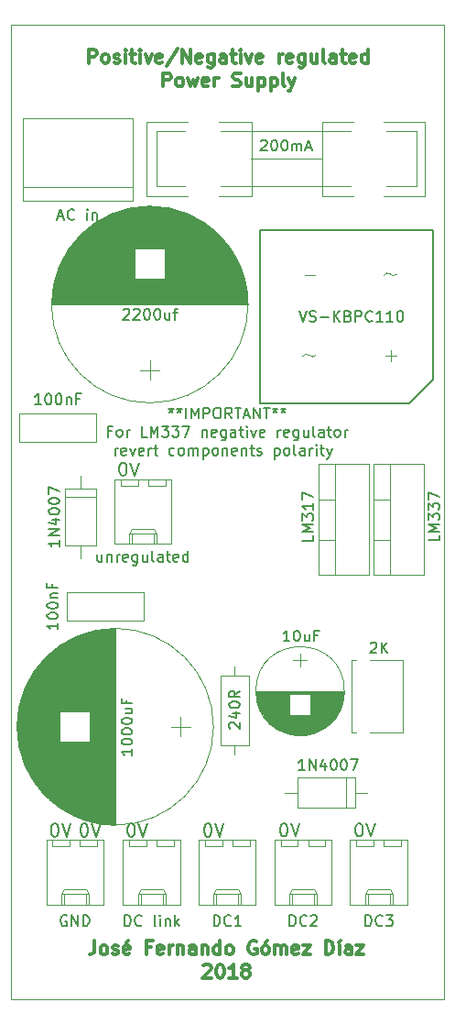
<source format=gto>
G04 #@! TF.FileFunction,Legend,Top*
%FSLAX46Y46*%
G04 Gerber Fmt 4.6, Leading zero omitted, Abs format (unit mm)*
G04 Created by KiCad (PCBNEW 4.0.7) date 03/19/18 23:16:35*
%MOMM*%
%LPD*%
G01*
G04 APERTURE LIST*
%ADD10C,0.100000*%
%ADD11C,0.200000*%
%ADD12C,0.300000*%
%ADD13C,0.150000*%
%ADD14C,0.120000*%
G04 APERTURE END LIST*
D10*
D11*
X130053572Y-92867857D02*
X130167857Y-92867857D01*
X130282143Y-92925000D01*
X130339286Y-92982143D01*
X130396429Y-93096429D01*
X130453572Y-93325000D01*
X130453572Y-93610714D01*
X130396429Y-93839286D01*
X130339286Y-93953571D01*
X130282143Y-94010714D01*
X130167857Y-94067857D01*
X130053572Y-94067857D01*
X129939286Y-94010714D01*
X129882143Y-93953571D01*
X129825000Y-93839286D01*
X129767857Y-93610714D01*
X129767857Y-93325000D01*
X129825000Y-93096429D01*
X129882143Y-92982143D01*
X129939286Y-92925000D01*
X130053572Y-92867857D01*
X130796429Y-92867857D02*
X131196429Y-94067857D01*
X131596429Y-92867857D01*
X134559523Y-87777381D02*
X134559523Y-88015476D01*
X134321428Y-87920238D02*
X134559523Y-88015476D01*
X134797619Y-87920238D01*
X134416666Y-88205952D02*
X134559523Y-88015476D01*
X134702381Y-88205952D01*
X135321428Y-87777381D02*
X135321428Y-88015476D01*
X135083333Y-87920238D02*
X135321428Y-88015476D01*
X135559524Y-87920238D01*
X135178571Y-88205952D02*
X135321428Y-88015476D01*
X135464286Y-88205952D01*
X135940476Y-88777381D02*
X135940476Y-87777381D01*
X136416666Y-88777381D02*
X136416666Y-87777381D01*
X136750000Y-88491667D01*
X137083333Y-87777381D01*
X137083333Y-88777381D01*
X137559523Y-88777381D02*
X137559523Y-87777381D01*
X137940476Y-87777381D01*
X138035714Y-87825000D01*
X138083333Y-87872619D01*
X138130952Y-87967857D01*
X138130952Y-88110714D01*
X138083333Y-88205952D01*
X138035714Y-88253571D01*
X137940476Y-88301190D01*
X137559523Y-88301190D01*
X138749999Y-87777381D02*
X138940476Y-87777381D01*
X139035714Y-87825000D01*
X139130952Y-87920238D01*
X139178571Y-88110714D01*
X139178571Y-88444048D01*
X139130952Y-88634524D01*
X139035714Y-88729762D01*
X138940476Y-88777381D01*
X138749999Y-88777381D01*
X138654761Y-88729762D01*
X138559523Y-88634524D01*
X138511904Y-88444048D01*
X138511904Y-88110714D01*
X138559523Y-87920238D01*
X138654761Y-87825000D01*
X138749999Y-87777381D01*
X140178571Y-88777381D02*
X139845237Y-88301190D01*
X139607142Y-88777381D02*
X139607142Y-87777381D01*
X139988095Y-87777381D01*
X140083333Y-87825000D01*
X140130952Y-87872619D01*
X140178571Y-87967857D01*
X140178571Y-88110714D01*
X140130952Y-88205952D01*
X140083333Y-88253571D01*
X139988095Y-88301190D01*
X139607142Y-88301190D01*
X140464285Y-87777381D02*
X141035714Y-87777381D01*
X140749999Y-88777381D02*
X140749999Y-87777381D01*
X141321428Y-88491667D02*
X141797619Y-88491667D01*
X141226190Y-88777381D02*
X141559523Y-87777381D01*
X141892857Y-88777381D01*
X142226190Y-88777381D02*
X142226190Y-87777381D01*
X142797619Y-88777381D01*
X142797619Y-87777381D01*
X143130952Y-87777381D02*
X143702381Y-87777381D01*
X143416666Y-88777381D02*
X143416666Y-87777381D01*
X144178571Y-87777381D02*
X144178571Y-88015476D01*
X143940476Y-87920238D02*
X144178571Y-88015476D01*
X144416667Y-87920238D01*
X144035714Y-88205952D02*
X144178571Y-88015476D01*
X144321429Y-88205952D01*
X144940476Y-87777381D02*
X144940476Y-88015476D01*
X144702381Y-87920238D02*
X144940476Y-88015476D01*
X145178572Y-87920238D01*
X144797619Y-88205952D02*
X144940476Y-88015476D01*
X145083334Y-88205952D01*
X129059522Y-89953571D02*
X128726188Y-89953571D01*
X128726188Y-90477381D02*
X128726188Y-89477381D01*
X129202379Y-89477381D01*
X129726188Y-90477381D02*
X129630950Y-90429762D01*
X129583331Y-90382143D01*
X129535712Y-90286905D01*
X129535712Y-90001190D01*
X129583331Y-89905952D01*
X129630950Y-89858333D01*
X129726188Y-89810714D01*
X129869046Y-89810714D01*
X129964284Y-89858333D01*
X130011903Y-89905952D01*
X130059522Y-90001190D01*
X130059522Y-90286905D01*
X130011903Y-90382143D01*
X129964284Y-90429762D01*
X129869046Y-90477381D01*
X129726188Y-90477381D01*
X130488093Y-90477381D02*
X130488093Y-89810714D01*
X130488093Y-90001190D02*
X130535712Y-89905952D01*
X130583331Y-89858333D01*
X130678569Y-89810714D01*
X130773808Y-89810714D01*
X132345237Y-90477381D02*
X131869046Y-90477381D01*
X131869046Y-89477381D01*
X132678570Y-90477381D02*
X132678570Y-89477381D01*
X133011904Y-90191667D01*
X133345237Y-89477381D01*
X133345237Y-90477381D01*
X133726189Y-89477381D02*
X134345237Y-89477381D01*
X134011903Y-89858333D01*
X134154761Y-89858333D01*
X134249999Y-89905952D01*
X134297618Y-89953571D01*
X134345237Y-90048810D01*
X134345237Y-90286905D01*
X134297618Y-90382143D01*
X134249999Y-90429762D01*
X134154761Y-90477381D01*
X133869046Y-90477381D01*
X133773808Y-90429762D01*
X133726189Y-90382143D01*
X134678570Y-89477381D02*
X135297618Y-89477381D01*
X134964284Y-89858333D01*
X135107142Y-89858333D01*
X135202380Y-89905952D01*
X135249999Y-89953571D01*
X135297618Y-90048810D01*
X135297618Y-90286905D01*
X135249999Y-90382143D01*
X135202380Y-90429762D01*
X135107142Y-90477381D01*
X134821427Y-90477381D01*
X134726189Y-90429762D01*
X134678570Y-90382143D01*
X135630951Y-89477381D02*
X136297618Y-89477381D01*
X135869046Y-90477381D01*
X137440475Y-89810714D02*
X137440475Y-90477381D01*
X137440475Y-89905952D02*
X137488094Y-89858333D01*
X137583332Y-89810714D01*
X137726190Y-89810714D01*
X137821428Y-89858333D01*
X137869047Y-89953571D01*
X137869047Y-90477381D01*
X138726190Y-90429762D02*
X138630952Y-90477381D01*
X138440475Y-90477381D01*
X138345237Y-90429762D01*
X138297618Y-90334524D01*
X138297618Y-89953571D01*
X138345237Y-89858333D01*
X138440475Y-89810714D01*
X138630952Y-89810714D01*
X138726190Y-89858333D01*
X138773809Y-89953571D01*
X138773809Y-90048810D01*
X138297618Y-90144048D01*
X139630952Y-89810714D02*
X139630952Y-90620238D01*
X139583333Y-90715476D01*
X139535714Y-90763095D01*
X139440475Y-90810714D01*
X139297618Y-90810714D01*
X139202380Y-90763095D01*
X139630952Y-90429762D02*
X139535714Y-90477381D01*
X139345237Y-90477381D01*
X139249999Y-90429762D01*
X139202380Y-90382143D01*
X139154761Y-90286905D01*
X139154761Y-90001190D01*
X139202380Y-89905952D01*
X139249999Y-89858333D01*
X139345237Y-89810714D01*
X139535714Y-89810714D01*
X139630952Y-89858333D01*
X140535714Y-90477381D02*
X140535714Y-89953571D01*
X140488095Y-89858333D01*
X140392857Y-89810714D01*
X140202380Y-89810714D01*
X140107142Y-89858333D01*
X140535714Y-90429762D02*
X140440476Y-90477381D01*
X140202380Y-90477381D01*
X140107142Y-90429762D01*
X140059523Y-90334524D01*
X140059523Y-90239286D01*
X140107142Y-90144048D01*
X140202380Y-90096429D01*
X140440476Y-90096429D01*
X140535714Y-90048810D01*
X140869047Y-89810714D02*
X141249999Y-89810714D01*
X141011904Y-89477381D02*
X141011904Y-90334524D01*
X141059523Y-90429762D01*
X141154761Y-90477381D01*
X141249999Y-90477381D01*
X141583333Y-90477381D02*
X141583333Y-89810714D01*
X141583333Y-89477381D02*
X141535714Y-89525000D01*
X141583333Y-89572619D01*
X141630952Y-89525000D01*
X141583333Y-89477381D01*
X141583333Y-89572619D01*
X141964285Y-89810714D02*
X142202380Y-90477381D01*
X142440476Y-89810714D01*
X143202381Y-90429762D02*
X143107143Y-90477381D01*
X142916666Y-90477381D01*
X142821428Y-90429762D01*
X142773809Y-90334524D01*
X142773809Y-89953571D01*
X142821428Y-89858333D01*
X142916666Y-89810714D01*
X143107143Y-89810714D01*
X143202381Y-89858333D01*
X143250000Y-89953571D01*
X143250000Y-90048810D01*
X142773809Y-90144048D01*
X144440476Y-90477381D02*
X144440476Y-89810714D01*
X144440476Y-90001190D02*
X144488095Y-89905952D01*
X144535714Y-89858333D01*
X144630952Y-89810714D01*
X144726191Y-89810714D01*
X145440477Y-90429762D02*
X145345239Y-90477381D01*
X145154762Y-90477381D01*
X145059524Y-90429762D01*
X145011905Y-90334524D01*
X145011905Y-89953571D01*
X145059524Y-89858333D01*
X145154762Y-89810714D01*
X145345239Y-89810714D01*
X145440477Y-89858333D01*
X145488096Y-89953571D01*
X145488096Y-90048810D01*
X145011905Y-90144048D01*
X146345239Y-89810714D02*
X146345239Y-90620238D01*
X146297620Y-90715476D01*
X146250001Y-90763095D01*
X146154762Y-90810714D01*
X146011905Y-90810714D01*
X145916667Y-90763095D01*
X146345239Y-90429762D02*
X146250001Y-90477381D01*
X146059524Y-90477381D01*
X145964286Y-90429762D01*
X145916667Y-90382143D01*
X145869048Y-90286905D01*
X145869048Y-90001190D01*
X145916667Y-89905952D01*
X145964286Y-89858333D01*
X146059524Y-89810714D01*
X146250001Y-89810714D01*
X146345239Y-89858333D01*
X147250001Y-89810714D02*
X147250001Y-90477381D01*
X146821429Y-89810714D02*
X146821429Y-90334524D01*
X146869048Y-90429762D01*
X146964286Y-90477381D01*
X147107144Y-90477381D01*
X147202382Y-90429762D01*
X147250001Y-90382143D01*
X147869048Y-90477381D02*
X147773810Y-90429762D01*
X147726191Y-90334524D01*
X147726191Y-89477381D01*
X148678573Y-90477381D02*
X148678573Y-89953571D01*
X148630954Y-89858333D01*
X148535716Y-89810714D01*
X148345239Y-89810714D01*
X148250001Y-89858333D01*
X148678573Y-90429762D02*
X148583335Y-90477381D01*
X148345239Y-90477381D01*
X148250001Y-90429762D01*
X148202382Y-90334524D01*
X148202382Y-90239286D01*
X148250001Y-90144048D01*
X148345239Y-90096429D01*
X148583335Y-90096429D01*
X148678573Y-90048810D01*
X149011906Y-89810714D02*
X149392858Y-89810714D01*
X149154763Y-89477381D02*
X149154763Y-90334524D01*
X149202382Y-90429762D01*
X149297620Y-90477381D01*
X149392858Y-90477381D01*
X149869049Y-90477381D02*
X149773811Y-90429762D01*
X149726192Y-90382143D01*
X149678573Y-90286905D01*
X149678573Y-90001190D01*
X149726192Y-89905952D01*
X149773811Y-89858333D01*
X149869049Y-89810714D01*
X150011907Y-89810714D01*
X150107145Y-89858333D01*
X150154764Y-89905952D01*
X150202383Y-90001190D01*
X150202383Y-90286905D01*
X150154764Y-90382143D01*
X150107145Y-90429762D01*
X150011907Y-90477381D01*
X149869049Y-90477381D01*
X150630954Y-90477381D02*
X150630954Y-89810714D01*
X150630954Y-90001190D02*
X150678573Y-89905952D01*
X150726192Y-89858333D01*
X150821430Y-89810714D01*
X150916669Y-89810714D01*
X129392855Y-92177381D02*
X129392855Y-91510714D01*
X129392855Y-91701190D02*
X129440474Y-91605952D01*
X129488093Y-91558333D01*
X129583331Y-91510714D01*
X129678570Y-91510714D01*
X130392856Y-92129762D02*
X130297618Y-92177381D01*
X130107141Y-92177381D01*
X130011903Y-92129762D01*
X129964284Y-92034524D01*
X129964284Y-91653571D01*
X130011903Y-91558333D01*
X130107141Y-91510714D01*
X130297618Y-91510714D01*
X130392856Y-91558333D01*
X130440475Y-91653571D01*
X130440475Y-91748810D01*
X129964284Y-91844048D01*
X130773808Y-91510714D02*
X131011903Y-92177381D01*
X131249999Y-91510714D01*
X132011904Y-92129762D02*
X131916666Y-92177381D01*
X131726189Y-92177381D01*
X131630951Y-92129762D01*
X131583332Y-92034524D01*
X131583332Y-91653571D01*
X131630951Y-91558333D01*
X131726189Y-91510714D01*
X131916666Y-91510714D01*
X132011904Y-91558333D01*
X132059523Y-91653571D01*
X132059523Y-91748810D01*
X131583332Y-91844048D01*
X132488094Y-92177381D02*
X132488094Y-91510714D01*
X132488094Y-91701190D02*
X132535713Y-91605952D01*
X132583332Y-91558333D01*
X132678570Y-91510714D01*
X132773809Y-91510714D01*
X132964285Y-91510714D02*
X133345237Y-91510714D01*
X133107142Y-91177381D02*
X133107142Y-92034524D01*
X133154761Y-92129762D01*
X133249999Y-92177381D01*
X133345237Y-92177381D01*
X134869048Y-92129762D02*
X134773810Y-92177381D01*
X134583333Y-92177381D01*
X134488095Y-92129762D01*
X134440476Y-92082143D01*
X134392857Y-91986905D01*
X134392857Y-91701190D01*
X134440476Y-91605952D01*
X134488095Y-91558333D01*
X134583333Y-91510714D01*
X134773810Y-91510714D01*
X134869048Y-91558333D01*
X135440476Y-92177381D02*
X135345238Y-92129762D01*
X135297619Y-92082143D01*
X135250000Y-91986905D01*
X135250000Y-91701190D01*
X135297619Y-91605952D01*
X135345238Y-91558333D01*
X135440476Y-91510714D01*
X135583334Y-91510714D01*
X135678572Y-91558333D01*
X135726191Y-91605952D01*
X135773810Y-91701190D01*
X135773810Y-91986905D01*
X135726191Y-92082143D01*
X135678572Y-92129762D01*
X135583334Y-92177381D01*
X135440476Y-92177381D01*
X136202381Y-92177381D02*
X136202381Y-91510714D01*
X136202381Y-91605952D02*
X136250000Y-91558333D01*
X136345238Y-91510714D01*
X136488096Y-91510714D01*
X136583334Y-91558333D01*
X136630953Y-91653571D01*
X136630953Y-92177381D01*
X136630953Y-91653571D02*
X136678572Y-91558333D01*
X136773810Y-91510714D01*
X136916667Y-91510714D01*
X137011905Y-91558333D01*
X137059524Y-91653571D01*
X137059524Y-92177381D01*
X137535714Y-91510714D02*
X137535714Y-92510714D01*
X137535714Y-91558333D02*
X137630952Y-91510714D01*
X137821429Y-91510714D01*
X137916667Y-91558333D01*
X137964286Y-91605952D01*
X138011905Y-91701190D01*
X138011905Y-91986905D01*
X137964286Y-92082143D01*
X137916667Y-92129762D01*
X137821429Y-92177381D01*
X137630952Y-92177381D01*
X137535714Y-92129762D01*
X138583333Y-92177381D02*
X138488095Y-92129762D01*
X138440476Y-92082143D01*
X138392857Y-91986905D01*
X138392857Y-91701190D01*
X138440476Y-91605952D01*
X138488095Y-91558333D01*
X138583333Y-91510714D01*
X138726191Y-91510714D01*
X138821429Y-91558333D01*
X138869048Y-91605952D01*
X138916667Y-91701190D01*
X138916667Y-91986905D01*
X138869048Y-92082143D01*
X138821429Y-92129762D01*
X138726191Y-92177381D01*
X138583333Y-92177381D01*
X139345238Y-91510714D02*
X139345238Y-92177381D01*
X139345238Y-91605952D02*
X139392857Y-91558333D01*
X139488095Y-91510714D01*
X139630953Y-91510714D01*
X139726191Y-91558333D01*
X139773810Y-91653571D01*
X139773810Y-92177381D01*
X140630953Y-92129762D02*
X140535715Y-92177381D01*
X140345238Y-92177381D01*
X140250000Y-92129762D01*
X140202381Y-92034524D01*
X140202381Y-91653571D01*
X140250000Y-91558333D01*
X140345238Y-91510714D01*
X140535715Y-91510714D01*
X140630953Y-91558333D01*
X140678572Y-91653571D01*
X140678572Y-91748810D01*
X140202381Y-91844048D01*
X141107143Y-91510714D02*
X141107143Y-92177381D01*
X141107143Y-91605952D02*
X141154762Y-91558333D01*
X141250000Y-91510714D01*
X141392858Y-91510714D01*
X141488096Y-91558333D01*
X141535715Y-91653571D01*
X141535715Y-92177381D01*
X141869048Y-91510714D02*
X142250000Y-91510714D01*
X142011905Y-91177381D02*
X142011905Y-92034524D01*
X142059524Y-92129762D01*
X142154762Y-92177381D01*
X142250000Y-92177381D01*
X142535715Y-92129762D02*
X142630953Y-92177381D01*
X142821429Y-92177381D01*
X142916668Y-92129762D01*
X142964287Y-92034524D01*
X142964287Y-91986905D01*
X142916668Y-91891667D01*
X142821429Y-91844048D01*
X142678572Y-91844048D01*
X142583334Y-91796429D01*
X142535715Y-91701190D01*
X142535715Y-91653571D01*
X142583334Y-91558333D01*
X142678572Y-91510714D01*
X142821429Y-91510714D01*
X142916668Y-91558333D01*
X144154763Y-91510714D02*
X144154763Y-92510714D01*
X144154763Y-91558333D02*
X144250001Y-91510714D01*
X144440478Y-91510714D01*
X144535716Y-91558333D01*
X144583335Y-91605952D01*
X144630954Y-91701190D01*
X144630954Y-91986905D01*
X144583335Y-92082143D01*
X144535716Y-92129762D01*
X144440478Y-92177381D01*
X144250001Y-92177381D01*
X144154763Y-92129762D01*
X145202382Y-92177381D02*
X145107144Y-92129762D01*
X145059525Y-92082143D01*
X145011906Y-91986905D01*
X145011906Y-91701190D01*
X145059525Y-91605952D01*
X145107144Y-91558333D01*
X145202382Y-91510714D01*
X145345240Y-91510714D01*
X145440478Y-91558333D01*
X145488097Y-91605952D01*
X145535716Y-91701190D01*
X145535716Y-91986905D01*
X145488097Y-92082143D01*
X145440478Y-92129762D01*
X145345240Y-92177381D01*
X145202382Y-92177381D01*
X146107144Y-92177381D02*
X146011906Y-92129762D01*
X145964287Y-92034524D01*
X145964287Y-91177381D01*
X146916669Y-92177381D02*
X146916669Y-91653571D01*
X146869050Y-91558333D01*
X146773812Y-91510714D01*
X146583335Y-91510714D01*
X146488097Y-91558333D01*
X146916669Y-92129762D02*
X146821431Y-92177381D01*
X146583335Y-92177381D01*
X146488097Y-92129762D01*
X146440478Y-92034524D01*
X146440478Y-91939286D01*
X146488097Y-91844048D01*
X146583335Y-91796429D01*
X146821431Y-91796429D01*
X146916669Y-91748810D01*
X147392859Y-92177381D02*
X147392859Y-91510714D01*
X147392859Y-91701190D02*
X147440478Y-91605952D01*
X147488097Y-91558333D01*
X147583335Y-91510714D01*
X147678574Y-91510714D01*
X148011907Y-92177381D02*
X148011907Y-91510714D01*
X148011907Y-91177381D02*
X147964288Y-91225000D01*
X148011907Y-91272619D01*
X148059526Y-91225000D01*
X148011907Y-91177381D01*
X148011907Y-91272619D01*
X148345240Y-91510714D02*
X148726192Y-91510714D01*
X148488097Y-91177381D02*
X148488097Y-92034524D01*
X148535716Y-92129762D01*
X148630954Y-92177381D01*
X148726192Y-92177381D01*
X148964288Y-91510714D02*
X149202383Y-92177381D01*
X149440479Y-91510714D02*
X149202383Y-92177381D01*
X149107145Y-92415476D01*
X149059526Y-92463095D01*
X148964288Y-92510714D01*
D12*
X126988095Y-55952976D02*
X126988095Y-54702976D01*
X127464286Y-54702976D01*
X127583333Y-54762500D01*
X127642857Y-54822024D01*
X127702381Y-54941071D01*
X127702381Y-55119643D01*
X127642857Y-55238690D01*
X127583333Y-55298214D01*
X127464286Y-55357738D01*
X126988095Y-55357738D01*
X128416666Y-55952976D02*
X128297619Y-55893452D01*
X128238095Y-55833929D01*
X128178571Y-55714881D01*
X128178571Y-55357738D01*
X128238095Y-55238690D01*
X128297619Y-55179167D01*
X128416666Y-55119643D01*
X128595238Y-55119643D01*
X128714286Y-55179167D01*
X128773809Y-55238690D01*
X128833333Y-55357738D01*
X128833333Y-55714881D01*
X128773809Y-55833929D01*
X128714286Y-55893452D01*
X128595238Y-55952976D01*
X128416666Y-55952976D01*
X129309523Y-55893452D02*
X129428571Y-55952976D01*
X129666666Y-55952976D01*
X129785714Y-55893452D01*
X129845238Y-55774405D01*
X129845238Y-55714881D01*
X129785714Y-55595833D01*
X129666666Y-55536310D01*
X129488095Y-55536310D01*
X129369047Y-55476786D01*
X129309523Y-55357738D01*
X129309523Y-55298214D01*
X129369047Y-55179167D01*
X129488095Y-55119643D01*
X129666666Y-55119643D01*
X129785714Y-55179167D01*
X130380952Y-55952976D02*
X130380952Y-55119643D01*
X130380952Y-54702976D02*
X130321428Y-54762500D01*
X130380952Y-54822024D01*
X130440476Y-54762500D01*
X130380952Y-54702976D01*
X130380952Y-54822024D01*
X130797619Y-55119643D02*
X131273809Y-55119643D01*
X130976190Y-54702976D02*
X130976190Y-55774405D01*
X131035714Y-55893452D01*
X131154761Y-55952976D01*
X131273809Y-55952976D01*
X131690476Y-55952976D02*
X131690476Y-55119643D01*
X131690476Y-54702976D02*
X131630952Y-54762500D01*
X131690476Y-54822024D01*
X131750000Y-54762500D01*
X131690476Y-54702976D01*
X131690476Y-54822024D01*
X132166666Y-55119643D02*
X132464285Y-55952976D01*
X132761905Y-55119643D01*
X133714286Y-55893452D02*
X133595238Y-55952976D01*
X133357143Y-55952976D01*
X133238095Y-55893452D01*
X133178571Y-55774405D01*
X133178571Y-55298214D01*
X133238095Y-55179167D01*
X133357143Y-55119643D01*
X133595238Y-55119643D01*
X133714286Y-55179167D01*
X133773809Y-55298214D01*
X133773809Y-55417262D01*
X133178571Y-55536310D01*
X135202381Y-54643452D02*
X134130953Y-56250595D01*
X135619048Y-55952976D02*
X135619048Y-54702976D01*
X136333334Y-55952976D01*
X136333334Y-54702976D01*
X137404763Y-55893452D02*
X137285715Y-55952976D01*
X137047620Y-55952976D01*
X136928572Y-55893452D01*
X136869048Y-55774405D01*
X136869048Y-55298214D01*
X136928572Y-55179167D01*
X137047620Y-55119643D01*
X137285715Y-55119643D01*
X137404763Y-55179167D01*
X137464286Y-55298214D01*
X137464286Y-55417262D01*
X136869048Y-55536310D01*
X138535715Y-55119643D02*
X138535715Y-56131548D01*
X138476192Y-56250595D01*
X138416668Y-56310119D01*
X138297620Y-56369643D01*
X138119049Y-56369643D01*
X138000001Y-56310119D01*
X138535715Y-55893452D02*
X138416668Y-55952976D01*
X138178572Y-55952976D01*
X138059525Y-55893452D01*
X138000001Y-55833929D01*
X137940477Y-55714881D01*
X137940477Y-55357738D01*
X138000001Y-55238690D01*
X138059525Y-55179167D01*
X138178572Y-55119643D01*
X138416668Y-55119643D01*
X138535715Y-55179167D01*
X139666667Y-55952976D02*
X139666667Y-55298214D01*
X139607144Y-55179167D01*
X139488096Y-55119643D01*
X139250001Y-55119643D01*
X139130953Y-55179167D01*
X139666667Y-55893452D02*
X139547620Y-55952976D01*
X139250001Y-55952976D01*
X139130953Y-55893452D01*
X139071429Y-55774405D01*
X139071429Y-55655357D01*
X139130953Y-55536310D01*
X139250001Y-55476786D01*
X139547620Y-55476786D01*
X139666667Y-55417262D01*
X140083334Y-55119643D02*
X140559524Y-55119643D01*
X140261905Y-54702976D02*
X140261905Y-55774405D01*
X140321429Y-55893452D01*
X140440476Y-55952976D01*
X140559524Y-55952976D01*
X140976191Y-55952976D02*
X140976191Y-55119643D01*
X140976191Y-54702976D02*
X140916667Y-54762500D01*
X140976191Y-54822024D01*
X141035715Y-54762500D01*
X140976191Y-54702976D01*
X140976191Y-54822024D01*
X141452381Y-55119643D02*
X141750000Y-55952976D01*
X142047620Y-55119643D01*
X143000001Y-55893452D02*
X142880953Y-55952976D01*
X142642858Y-55952976D01*
X142523810Y-55893452D01*
X142464286Y-55774405D01*
X142464286Y-55298214D01*
X142523810Y-55179167D01*
X142642858Y-55119643D01*
X142880953Y-55119643D01*
X143000001Y-55179167D01*
X143059524Y-55298214D01*
X143059524Y-55417262D01*
X142464286Y-55536310D01*
X144547620Y-55952976D02*
X144547620Y-55119643D01*
X144547620Y-55357738D02*
X144607144Y-55238690D01*
X144666668Y-55179167D01*
X144785715Y-55119643D01*
X144904763Y-55119643D01*
X145797621Y-55893452D02*
X145678573Y-55952976D01*
X145440478Y-55952976D01*
X145321430Y-55893452D01*
X145261906Y-55774405D01*
X145261906Y-55298214D01*
X145321430Y-55179167D01*
X145440478Y-55119643D01*
X145678573Y-55119643D01*
X145797621Y-55179167D01*
X145857144Y-55298214D01*
X145857144Y-55417262D01*
X145261906Y-55536310D01*
X146928573Y-55119643D02*
X146928573Y-56131548D01*
X146869050Y-56250595D01*
X146809526Y-56310119D01*
X146690478Y-56369643D01*
X146511907Y-56369643D01*
X146392859Y-56310119D01*
X146928573Y-55893452D02*
X146809526Y-55952976D01*
X146571430Y-55952976D01*
X146452383Y-55893452D01*
X146392859Y-55833929D01*
X146333335Y-55714881D01*
X146333335Y-55357738D01*
X146392859Y-55238690D01*
X146452383Y-55179167D01*
X146571430Y-55119643D01*
X146809526Y-55119643D01*
X146928573Y-55179167D01*
X148059525Y-55119643D02*
X148059525Y-55952976D01*
X147523811Y-55119643D02*
X147523811Y-55774405D01*
X147583335Y-55893452D01*
X147702382Y-55952976D01*
X147880954Y-55952976D01*
X148000002Y-55893452D01*
X148059525Y-55833929D01*
X148833334Y-55952976D02*
X148714287Y-55893452D01*
X148654763Y-55774405D01*
X148654763Y-54702976D01*
X149845239Y-55952976D02*
X149845239Y-55298214D01*
X149785716Y-55179167D01*
X149666668Y-55119643D01*
X149428573Y-55119643D01*
X149309525Y-55179167D01*
X149845239Y-55893452D02*
X149726192Y-55952976D01*
X149428573Y-55952976D01*
X149309525Y-55893452D01*
X149250001Y-55774405D01*
X149250001Y-55655357D01*
X149309525Y-55536310D01*
X149428573Y-55476786D01*
X149726192Y-55476786D01*
X149845239Y-55417262D01*
X150261906Y-55119643D02*
X150738096Y-55119643D01*
X150440477Y-54702976D02*
X150440477Y-55774405D01*
X150500001Y-55893452D01*
X150619048Y-55952976D01*
X150738096Y-55952976D01*
X151630954Y-55893452D02*
X151511906Y-55952976D01*
X151273811Y-55952976D01*
X151154763Y-55893452D01*
X151095239Y-55774405D01*
X151095239Y-55298214D01*
X151154763Y-55179167D01*
X151273811Y-55119643D01*
X151511906Y-55119643D01*
X151630954Y-55179167D01*
X151690477Y-55298214D01*
X151690477Y-55417262D01*
X151095239Y-55536310D01*
X152761906Y-55952976D02*
X152761906Y-54702976D01*
X152761906Y-55893452D02*
X152642859Y-55952976D01*
X152404763Y-55952976D01*
X152285716Y-55893452D01*
X152226192Y-55833929D01*
X152166668Y-55714881D01*
X152166668Y-55357738D01*
X152226192Y-55238690D01*
X152285716Y-55179167D01*
X152404763Y-55119643D01*
X152642859Y-55119643D01*
X152761906Y-55179167D01*
X133833334Y-58127976D02*
X133833334Y-56877976D01*
X134309525Y-56877976D01*
X134428572Y-56937500D01*
X134488096Y-56997024D01*
X134547620Y-57116071D01*
X134547620Y-57294643D01*
X134488096Y-57413690D01*
X134428572Y-57473214D01*
X134309525Y-57532738D01*
X133833334Y-57532738D01*
X135261905Y-58127976D02*
X135142858Y-58068452D01*
X135083334Y-58008929D01*
X135023810Y-57889881D01*
X135023810Y-57532738D01*
X135083334Y-57413690D01*
X135142858Y-57354167D01*
X135261905Y-57294643D01*
X135440477Y-57294643D01*
X135559525Y-57354167D01*
X135619048Y-57413690D01*
X135678572Y-57532738D01*
X135678572Y-57889881D01*
X135619048Y-58008929D01*
X135559525Y-58068452D01*
X135440477Y-58127976D01*
X135261905Y-58127976D01*
X136095238Y-57294643D02*
X136333334Y-58127976D01*
X136571429Y-57532738D01*
X136809524Y-58127976D01*
X137047619Y-57294643D01*
X138000001Y-58068452D02*
X137880953Y-58127976D01*
X137642858Y-58127976D01*
X137523810Y-58068452D01*
X137464286Y-57949405D01*
X137464286Y-57473214D01*
X137523810Y-57354167D01*
X137642858Y-57294643D01*
X137880953Y-57294643D01*
X138000001Y-57354167D01*
X138059524Y-57473214D01*
X138059524Y-57592262D01*
X137464286Y-57711310D01*
X138595239Y-58127976D02*
X138595239Y-57294643D01*
X138595239Y-57532738D02*
X138654763Y-57413690D01*
X138714287Y-57354167D01*
X138833334Y-57294643D01*
X138952382Y-57294643D01*
X140261906Y-58068452D02*
X140440478Y-58127976D01*
X140738097Y-58127976D01*
X140857144Y-58068452D01*
X140916668Y-58008929D01*
X140976192Y-57889881D01*
X140976192Y-57770833D01*
X140916668Y-57651786D01*
X140857144Y-57592262D01*
X140738097Y-57532738D01*
X140500001Y-57473214D01*
X140380954Y-57413690D01*
X140321430Y-57354167D01*
X140261906Y-57235119D01*
X140261906Y-57116071D01*
X140321430Y-56997024D01*
X140380954Y-56937500D01*
X140500001Y-56877976D01*
X140797621Y-56877976D01*
X140976192Y-56937500D01*
X142047620Y-57294643D02*
X142047620Y-58127976D01*
X141511906Y-57294643D02*
X141511906Y-57949405D01*
X141571430Y-58068452D01*
X141690477Y-58127976D01*
X141869049Y-58127976D01*
X141988097Y-58068452D01*
X142047620Y-58008929D01*
X142642858Y-57294643D02*
X142642858Y-58544643D01*
X142642858Y-57354167D02*
X142761906Y-57294643D01*
X143000001Y-57294643D01*
X143119049Y-57354167D01*
X143178572Y-57413690D01*
X143238096Y-57532738D01*
X143238096Y-57889881D01*
X143178572Y-58008929D01*
X143119049Y-58068452D01*
X143000001Y-58127976D01*
X142761906Y-58127976D01*
X142642858Y-58068452D01*
X143773810Y-57294643D02*
X143773810Y-58544643D01*
X143773810Y-57354167D02*
X143892858Y-57294643D01*
X144130953Y-57294643D01*
X144250001Y-57354167D01*
X144309524Y-57413690D01*
X144369048Y-57532738D01*
X144369048Y-57889881D01*
X144309524Y-58008929D01*
X144250001Y-58068452D01*
X144130953Y-58127976D01*
X143892858Y-58127976D01*
X143773810Y-58068452D01*
X145083333Y-58127976D02*
X144964286Y-58068452D01*
X144904762Y-57949405D01*
X144904762Y-56877976D01*
X145440476Y-57294643D02*
X145738095Y-58127976D01*
X146035715Y-57294643D02*
X145738095Y-58127976D01*
X145619048Y-58425595D01*
X145559524Y-58485119D01*
X145440476Y-58544643D01*
X127497619Y-137027976D02*
X127497619Y-137920833D01*
X127438095Y-138099405D01*
X127319047Y-138218452D01*
X127140476Y-138277976D01*
X127021428Y-138277976D01*
X128271428Y-138277976D02*
X128152381Y-138218452D01*
X128092857Y-138158929D01*
X128033333Y-138039881D01*
X128033333Y-137682738D01*
X128092857Y-137563690D01*
X128152381Y-137504167D01*
X128271428Y-137444643D01*
X128450000Y-137444643D01*
X128569048Y-137504167D01*
X128628571Y-137563690D01*
X128688095Y-137682738D01*
X128688095Y-138039881D01*
X128628571Y-138158929D01*
X128569048Y-138218452D01*
X128450000Y-138277976D01*
X128271428Y-138277976D01*
X129164285Y-138218452D02*
X129283333Y-138277976D01*
X129521428Y-138277976D01*
X129640476Y-138218452D01*
X129700000Y-138099405D01*
X129700000Y-138039881D01*
X129640476Y-137920833D01*
X129521428Y-137861310D01*
X129342857Y-137861310D01*
X129223809Y-137801786D01*
X129164285Y-137682738D01*
X129164285Y-137623214D01*
X129223809Y-137504167D01*
X129342857Y-137444643D01*
X129521428Y-137444643D01*
X129640476Y-137504167D01*
X130711905Y-138218452D02*
X130592857Y-138277976D01*
X130354762Y-138277976D01*
X130235714Y-138218452D01*
X130176190Y-138099405D01*
X130176190Y-137623214D01*
X130235714Y-137504167D01*
X130354762Y-137444643D01*
X130592857Y-137444643D01*
X130711905Y-137504167D01*
X130771428Y-137623214D01*
X130771428Y-137742262D01*
X130176190Y-137861310D01*
X130592857Y-136968452D02*
X130414285Y-137147024D01*
X132676191Y-137623214D02*
X132259524Y-137623214D01*
X132259524Y-138277976D02*
X132259524Y-137027976D01*
X132854762Y-137027976D01*
X133807144Y-138218452D02*
X133688096Y-138277976D01*
X133450001Y-138277976D01*
X133330953Y-138218452D01*
X133271429Y-138099405D01*
X133271429Y-137623214D01*
X133330953Y-137504167D01*
X133450001Y-137444643D01*
X133688096Y-137444643D01*
X133807144Y-137504167D01*
X133866667Y-137623214D01*
X133866667Y-137742262D01*
X133271429Y-137861310D01*
X134402382Y-138277976D02*
X134402382Y-137444643D01*
X134402382Y-137682738D02*
X134461906Y-137563690D01*
X134521430Y-137504167D01*
X134640477Y-137444643D01*
X134759525Y-137444643D01*
X135176192Y-137444643D02*
X135176192Y-138277976D01*
X135176192Y-137563690D02*
X135235716Y-137504167D01*
X135354763Y-137444643D01*
X135533335Y-137444643D01*
X135652383Y-137504167D01*
X135711906Y-137623214D01*
X135711906Y-138277976D01*
X136842858Y-138277976D02*
X136842858Y-137623214D01*
X136783335Y-137504167D01*
X136664287Y-137444643D01*
X136426192Y-137444643D01*
X136307144Y-137504167D01*
X136842858Y-138218452D02*
X136723811Y-138277976D01*
X136426192Y-138277976D01*
X136307144Y-138218452D01*
X136247620Y-138099405D01*
X136247620Y-137980357D01*
X136307144Y-137861310D01*
X136426192Y-137801786D01*
X136723811Y-137801786D01*
X136842858Y-137742262D01*
X137438096Y-137444643D02*
X137438096Y-138277976D01*
X137438096Y-137563690D02*
X137497620Y-137504167D01*
X137616667Y-137444643D01*
X137795239Y-137444643D01*
X137914287Y-137504167D01*
X137973810Y-137623214D01*
X137973810Y-138277976D01*
X139104762Y-138277976D02*
X139104762Y-137027976D01*
X139104762Y-138218452D02*
X138985715Y-138277976D01*
X138747619Y-138277976D01*
X138628572Y-138218452D01*
X138569048Y-138158929D01*
X138509524Y-138039881D01*
X138509524Y-137682738D01*
X138569048Y-137563690D01*
X138628572Y-137504167D01*
X138747619Y-137444643D01*
X138985715Y-137444643D01*
X139104762Y-137504167D01*
X139878571Y-138277976D02*
X139759524Y-138218452D01*
X139700000Y-138158929D01*
X139640476Y-138039881D01*
X139640476Y-137682738D01*
X139700000Y-137563690D01*
X139759524Y-137504167D01*
X139878571Y-137444643D01*
X140057143Y-137444643D01*
X140176191Y-137504167D01*
X140235714Y-137563690D01*
X140295238Y-137682738D01*
X140295238Y-138039881D01*
X140235714Y-138158929D01*
X140176191Y-138218452D01*
X140057143Y-138277976D01*
X139878571Y-138277976D01*
X142438095Y-137087500D02*
X142319047Y-137027976D01*
X142140476Y-137027976D01*
X141961904Y-137087500D01*
X141842857Y-137206548D01*
X141783333Y-137325595D01*
X141723809Y-137563690D01*
X141723809Y-137742262D01*
X141783333Y-137980357D01*
X141842857Y-138099405D01*
X141961904Y-138218452D01*
X142140476Y-138277976D01*
X142259524Y-138277976D01*
X142438095Y-138218452D01*
X142497619Y-138158929D01*
X142497619Y-137742262D01*
X142259524Y-137742262D01*
X143211904Y-138277976D02*
X143092857Y-138218452D01*
X143033333Y-138158929D01*
X142973809Y-138039881D01*
X142973809Y-137682738D01*
X143033333Y-137563690D01*
X143092857Y-137504167D01*
X143211904Y-137444643D01*
X143390476Y-137444643D01*
X143509524Y-137504167D01*
X143569047Y-137563690D01*
X143628571Y-137682738D01*
X143628571Y-138039881D01*
X143569047Y-138158929D01*
X143509524Y-138218452D01*
X143390476Y-138277976D01*
X143211904Y-138277976D01*
X143450000Y-136968452D02*
X143271428Y-137147024D01*
X144164285Y-138277976D02*
X144164285Y-137444643D01*
X144164285Y-137563690D02*
X144223809Y-137504167D01*
X144342856Y-137444643D01*
X144521428Y-137444643D01*
X144640476Y-137504167D01*
X144699999Y-137623214D01*
X144699999Y-138277976D01*
X144699999Y-137623214D02*
X144759523Y-137504167D01*
X144878571Y-137444643D01*
X145057142Y-137444643D01*
X145176190Y-137504167D01*
X145235714Y-137623214D01*
X145235714Y-138277976D01*
X146307143Y-138218452D02*
X146188095Y-138277976D01*
X145950000Y-138277976D01*
X145830952Y-138218452D01*
X145771428Y-138099405D01*
X145771428Y-137623214D01*
X145830952Y-137504167D01*
X145950000Y-137444643D01*
X146188095Y-137444643D01*
X146307143Y-137504167D01*
X146366666Y-137623214D01*
X146366666Y-137742262D01*
X145771428Y-137861310D01*
X146783333Y-137444643D02*
X147438095Y-137444643D01*
X146783333Y-138277976D01*
X147438095Y-138277976D01*
X148866667Y-138277976D02*
X148866667Y-137027976D01*
X149164286Y-137027976D01*
X149342858Y-137087500D01*
X149461905Y-137206548D01*
X149521429Y-137325595D01*
X149580953Y-137563690D01*
X149580953Y-137742262D01*
X149521429Y-137980357D01*
X149461905Y-138099405D01*
X149342858Y-138218452D01*
X149164286Y-138277976D01*
X148866667Y-138277976D01*
X150116667Y-138277976D02*
X150116667Y-137444643D01*
X150235715Y-136968452D02*
X150057143Y-137147024D01*
X151247619Y-138277976D02*
X151247619Y-137623214D01*
X151188096Y-137504167D01*
X151069048Y-137444643D01*
X150830953Y-137444643D01*
X150711905Y-137504167D01*
X151247619Y-138218452D02*
X151128572Y-138277976D01*
X150830953Y-138277976D01*
X150711905Y-138218452D01*
X150652381Y-138099405D01*
X150652381Y-137980357D01*
X150711905Y-137861310D01*
X150830953Y-137801786D01*
X151128572Y-137801786D01*
X151247619Y-137742262D01*
X151723809Y-137444643D02*
X152378571Y-137444643D01*
X151723809Y-138277976D01*
X152378571Y-138277976D01*
X137557143Y-139322024D02*
X137616667Y-139262500D01*
X137735715Y-139202976D01*
X138033334Y-139202976D01*
X138152381Y-139262500D01*
X138211905Y-139322024D01*
X138271429Y-139441071D01*
X138271429Y-139560119D01*
X138211905Y-139738690D01*
X137497619Y-140452976D01*
X138271429Y-140452976D01*
X139045238Y-139202976D02*
X139164286Y-139202976D01*
X139283334Y-139262500D01*
X139342857Y-139322024D01*
X139402381Y-139441071D01*
X139461905Y-139679167D01*
X139461905Y-139976786D01*
X139402381Y-140214881D01*
X139342857Y-140333929D01*
X139283334Y-140393452D01*
X139164286Y-140452976D01*
X139045238Y-140452976D01*
X138926191Y-140393452D01*
X138866667Y-140333929D01*
X138807143Y-140214881D01*
X138747619Y-139976786D01*
X138747619Y-139679167D01*
X138807143Y-139441071D01*
X138866667Y-139322024D01*
X138926191Y-139262500D01*
X139045238Y-139202976D01*
X140652381Y-140452976D02*
X139938095Y-140452976D01*
X140295238Y-140452976D02*
X140295238Y-139202976D01*
X140176190Y-139381548D01*
X140057143Y-139500595D01*
X139938095Y-139560119D01*
X141366666Y-139738690D02*
X141247619Y-139679167D01*
X141188095Y-139619643D01*
X141128571Y-139500595D01*
X141128571Y-139441071D01*
X141188095Y-139322024D01*
X141247619Y-139262500D01*
X141366666Y-139202976D01*
X141604762Y-139202976D01*
X141723809Y-139262500D01*
X141783333Y-139322024D01*
X141842857Y-139441071D01*
X141842857Y-139500595D01*
X141783333Y-139619643D01*
X141723809Y-139679167D01*
X141604762Y-139738690D01*
X141366666Y-139738690D01*
X141247619Y-139798214D01*
X141188095Y-139857738D01*
X141128571Y-139976786D01*
X141128571Y-140214881D01*
X141188095Y-140333929D01*
X141247619Y-140393452D01*
X141366666Y-140452976D01*
X141604762Y-140452976D01*
X141723809Y-140393452D01*
X141783333Y-140333929D01*
X141842857Y-140214881D01*
X141842857Y-139976786D01*
X141783333Y-139857738D01*
X141723809Y-139798214D01*
X141604762Y-139738690D01*
D11*
X123753572Y-126192857D02*
X123867857Y-126192857D01*
X123982143Y-126250000D01*
X124039286Y-126307143D01*
X124096429Y-126421429D01*
X124153572Y-126650000D01*
X124153572Y-126935714D01*
X124096429Y-127164286D01*
X124039286Y-127278571D01*
X123982143Y-127335714D01*
X123867857Y-127392857D01*
X123753572Y-127392857D01*
X123639286Y-127335714D01*
X123582143Y-127278571D01*
X123525000Y-127164286D01*
X123467857Y-126935714D01*
X123467857Y-126650000D01*
X123525000Y-126421429D01*
X123582143Y-126307143D01*
X123639286Y-126250000D01*
X123753572Y-126192857D01*
X124496429Y-126192857D02*
X124896429Y-127392857D01*
X125296429Y-126192857D01*
X126478572Y-126192857D02*
X126592857Y-126192857D01*
X126707143Y-126250000D01*
X126764286Y-126307143D01*
X126821429Y-126421429D01*
X126878572Y-126650000D01*
X126878572Y-126935714D01*
X126821429Y-127164286D01*
X126764286Y-127278571D01*
X126707143Y-127335714D01*
X126592857Y-127392857D01*
X126478572Y-127392857D01*
X126364286Y-127335714D01*
X126307143Y-127278571D01*
X126250000Y-127164286D01*
X126192857Y-126935714D01*
X126192857Y-126650000D01*
X126250000Y-126421429D01*
X126307143Y-126307143D01*
X126364286Y-126250000D01*
X126478572Y-126192857D01*
X127221429Y-126192857D02*
X127621429Y-127392857D01*
X128021429Y-126192857D01*
X130828572Y-126192857D02*
X130942857Y-126192857D01*
X131057143Y-126250000D01*
X131114286Y-126307143D01*
X131171429Y-126421429D01*
X131228572Y-126650000D01*
X131228572Y-126935714D01*
X131171429Y-127164286D01*
X131114286Y-127278571D01*
X131057143Y-127335714D01*
X130942857Y-127392857D01*
X130828572Y-127392857D01*
X130714286Y-127335714D01*
X130657143Y-127278571D01*
X130600000Y-127164286D01*
X130542857Y-126935714D01*
X130542857Y-126650000D01*
X130600000Y-126421429D01*
X130657143Y-126307143D01*
X130714286Y-126250000D01*
X130828572Y-126192857D01*
X131571429Y-126192857D02*
X131971429Y-127392857D01*
X132371429Y-126192857D01*
X137903572Y-126192857D02*
X138017857Y-126192857D01*
X138132143Y-126250000D01*
X138189286Y-126307143D01*
X138246429Y-126421429D01*
X138303572Y-126650000D01*
X138303572Y-126935714D01*
X138246429Y-127164286D01*
X138189286Y-127278571D01*
X138132143Y-127335714D01*
X138017857Y-127392857D01*
X137903572Y-127392857D01*
X137789286Y-127335714D01*
X137732143Y-127278571D01*
X137675000Y-127164286D01*
X137617857Y-126935714D01*
X137617857Y-126650000D01*
X137675000Y-126421429D01*
X137732143Y-126307143D01*
X137789286Y-126250000D01*
X137903572Y-126192857D01*
X138646429Y-126192857D02*
X139046429Y-127392857D01*
X139446429Y-126192857D01*
X151903572Y-126167857D02*
X152017857Y-126167857D01*
X152132143Y-126225000D01*
X152189286Y-126282143D01*
X152246429Y-126396429D01*
X152303572Y-126625000D01*
X152303572Y-126910714D01*
X152246429Y-127139286D01*
X152189286Y-127253571D01*
X152132143Y-127310714D01*
X152017857Y-127367857D01*
X151903572Y-127367857D01*
X151789286Y-127310714D01*
X151732143Y-127253571D01*
X151675000Y-127139286D01*
X151617857Y-126910714D01*
X151617857Y-126625000D01*
X151675000Y-126396429D01*
X151732143Y-126282143D01*
X151789286Y-126225000D01*
X151903572Y-126167857D01*
X152646429Y-126167857D02*
X153046429Y-127367857D01*
X153446429Y-126167857D01*
X144928572Y-126167857D02*
X145042857Y-126167857D01*
X145157143Y-126225000D01*
X145214286Y-126282143D01*
X145271429Y-126396429D01*
X145328572Y-126625000D01*
X145328572Y-126910714D01*
X145271429Y-127139286D01*
X145214286Y-127253571D01*
X145157143Y-127310714D01*
X145042857Y-127367857D01*
X144928572Y-127367857D01*
X144814286Y-127310714D01*
X144757143Y-127253571D01*
X144700000Y-127139286D01*
X144642857Y-126910714D01*
X144642857Y-126625000D01*
X144700000Y-126396429D01*
X144757143Y-126282143D01*
X144814286Y-126225000D01*
X144928572Y-126167857D01*
X145671429Y-126167857D02*
X146071429Y-127367857D01*
X146471429Y-126167857D01*
D10*
X159800000Y-142400000D02*
X119800000Y-142400000D01*
X159800000Y-52400000D02*
X159800000Y-142400000D01*
X119800000Y-52400000D02*
X159800000Y-52400000D01*
X119800000Y-142400000D02*
X119800000Y-52400000D01*
X154400000Y-83000000D02*
X155400000Y-83000000D01*
X154900000Y-82500000D02*
X154900000Y-83500000D01*
X147900000Y-75500000D02*
X146900000Y-75500000D01*
D13*
X158800000Y-71400000D02*
X158800000Y-85200000D01*
X158800000Y-85200000D02*
X156600000Y-87400000D01*
X156600000Y-87400000D02*
X142800000Y-87400000D01*
X142800000Y-71400000D02*
X158800000Y-71400000D01*
X142800000Y-87400000D02*
X142800000Y-71400000D01*
D10*
X154857738Y-75440047D02*
G75*
G03X154250000Y-75550000I-257738J-309953D01*
G01*
X154851704Y-75452030D02*
G75*
G03X155450000Y-75450000I298296J252030D01*
G01*
X147351704Y-82952030D02*
G75*
G03X147950000Y-82950000I298296J252030D01*
G01*
X147357738Y-82940047D02*
G75*
G03X146750000Y-83050000I-257738J-309953D01*
G01*
D14*
X127660000Y-90910000D02*
X120540000Y-90910000D01*
X127660000Y-88290000D02*
X120540000Y-88290000D01*
X127660000Y-90910000D02*
X127660000Y-88290000D01*
X120540000Y-90910000D02*
X120540000Y-88290000D01*
X141690000Y-78250000D02*
G75*
G03X141690000Y-78250000I-9090000J0D01*
G01*
X123550000Y-78250000D02*
X141650000Y-78250000D01*
X123550000Y-78210000D02*
X141650000Y-78210000D01*
X123550000Y-78170000D02*
X141650000Y-78170000D01*
X123550000Y-78130000D02*
X141650000Y-78130000D01*
X123551000Y-78090000D02*
X141649000Y-78090000D01*
X123552000Y-78050000D02*
X141648000Y-78050000D01*
X123553000Y-78010000D02*
X141647000Y-78010000D01*
X123554000Y-77970000D02*
X141646000Y-77970000D01*
X123555000Y-77930000D02*
X141645000Y-77930000D01*
X123557000Y-77890000D02*
X141643000Y-77890000D01*
X123558000Y-77850000D02*
X141642000Y-77850000D01*
X123560000Y-77810000D02*
X141640000Y-77810000D01*
X123562000Y-77770000D02*
X141638000Y-77770000D01*
X123564000Y-77730000D02*
X141636000Y-77730000D01*
X123567000Y-77690000D02*
X141633000Y-77690000D01*
X123569000Y-77650000D02*
X141631000Y-77650000D01*
X123572000Y-77610000D02*
X141628000Y-77610000D01*
X123575000Y-77570000D02*
X141625000Y-77570000D01*
X123578000Y-77529000D02*
X141622000Y-77529000D01*
X123581000Y-77489000D02*
X141619000Y-77489000D01*
X123585000Y-77449000D02*
X141615000Y-77449000D01*
X123588000Y-77409000D02*
X141612000Y-77409000D01*
X123592000Y-77369000D02*
X141608000Y-77369000D01*
X123596000Y-77329000D02*
X141604000Y-77329000D01*
X123600000Y-77289000D02*
X141600000Y-77289000D01*
X123605000Y-77249000D02*
X141595000Y-77249000D01*
X123609000Y-77209000D02*
X141591000Y-77209000D01*
X123614000Y-77169000D02*
X141586000Y-77169000D01*
X123619000Y-77129000D02*
X141581000Y-77129000D01*
X123624000Y-77089000D02*
X141576000Y-77089000D01*
X123629000Y-77049000D02*
X141571000Y-77049000D01*
X123634000Y-77009000D02*
X141566000Y-77009000D01*
X123640000Y-76969000D02*
X141560000Y-76969000D01*
X123646000Y-76929000D02*
X141554000Y-76929000D01*
X123652000Y-76889000D02*
X141548000Y-76889000D01*
X123658000Y-76849000D02*
X141542000Y-76849000D01*
X123664000Y-76809000D02*
X141536000Y-76809000D01*
X123671000Y-76769000D02*
X141529000Y-76769000D01*
X123677000Y-76729000D02*
X141523000Y-76729000D01*
X123684000Y-76689000D02*
X141516000Y-76689000D01*
X123691000Y-76649000D02*
X141509000Y-76649000D01*
X123699000Y-76609000D02*
X141501000Y-76609000D01*
X123706000Y-76569000D02*
X141494000Y-76569000D01*
X123714000Y-76529000D02*
X141486000Y-76529000D01*
X123722000Y-76489000D02*
X141478000Y-76489000D01*
X123730000Y-76449000D02*
X141470000Y-76449000D01*
X123738000Y-76409000D02*
X141462000Y-76409000D01*
X123746000Y-76369000D02*
X141454000Y-76369000D01*
X123755000Y-76329000D02*
X141445000Y-76329000D01*
X123763000Y-76289000D02*
X141437000Y-76289000D01*
X123772000Y-76249000D02*
X141428000Y-76249000D01*
X123781000Y-76209000D02*
X141419000Y-76209000D01*
X123791000Y-76169000D02*
X141409000Y-76169000D01*
X123800000Y-76129000D02*
X141400000Y-76129000D01*
X123810000Y-76089000D02*
X141390000Y-76089000D01*
X123820000Y-76049000D02*
X141380000Y-76049000D01*
X123830000Y-76009000D02*
X141370000Y-76009000D01*
X123840000Y-75969000D02*
X141360000Y-75969000D01*
X123851000Y-75929000D02*
X141349000Y-75929000D01*
X123861000Y-75889000D02*
X141339000Y-75889000D01*
X123872000Y-75849000D02*
X131220000Y-75849000D01*
X133980000Y-75849000D02*
X141328000Y-75849000D01*
X123883000Y-75809000D02*
X131220000Y-75809000D01*
X133980000Y-75809000D02*
X141317000Y-75809000D01*
X123894000Y-75769000D02*
X131220000Y-75769000D01*
X133980000Y-75769000D02*
X141306000Y-75769000D01*
X123906000Y-75729000D02*
X131220000Y-75729000D01*
X133980000Y-75729000D02*
X141294000Y-75729000D01*
X123917000Y-75689000D02*
X131220000Y-75689000D01*
X133980000Y-75689000D02*
X141283000Y-75689000D01*
X123929000Y-75649000D02*
X131220000Y-75649000D01*
X133980000Y-75649000D02*
X141271000Y-75649000D01*
X123941000Y-75609000D02*
X131220000Y-75609000D01*
X133980000Y-75609000D02*
X141259000Y-75609000D01*
X123954000Y-75569000D02*
X131220000Y-75569000D01*
X133980000Y-75569000D02*
X141246000Y-75569000D01*
X123966000Y-75529000D02*
X131220000Y-75529000D01*
X133980000Y-75529000D02*
X141234000Y-75529000D01*
X123979000Y-75489000D02*
X131220000Y-75489000D01*
X133980000Y-75489000D02*
X141221000Y-75489000D01*
X123991000Y-75449000D02*
X131220000Y-75449000D01*
X133980000Y-75449000D02*
X141209000Y-75449000D01*
X124005000Y-75409000D02*
X131220000Y-75409000D01*
X133980000Y-75409000D02*
X141195000Y-75409000D01*
X124018000Y-75369000D02*
X131220000Y-75369000D01*
X133980000Y-75369000D02*
X141182000Y-75369000D01*
X124031000Y-75329000D02*
X131220000Y-75329000D01*
X133980000Y-75329000D02*
X141169000Y-75329000D01*
X124045000Y-75289000D02*
X131220000Y-75289000D01*
X133980000Y-75289000D02*
X141155000Y-75289000D01*
X124059000Y-75249000D02*
X131220000Y-75249000D01*
X133980000Y-75249000D02*
X141141000Y-75249000D01*
X124073000Y-75209000D02*
X131220000Y-75209000D01*
X133980000Y-75209000D02*
X141127000Y-75209000D01*
X124087000Y-75169000D02*
X131220000Y-75169000D01*
X133980000Y-75169000D02*
X141113000Y-75169000D01*
X124102000Y-75129000D02*
X131220000Y-75129000D01*
X133980000Y-75129000D02*
X141098000Y-75129000D01*
X124116000Y-75089000D02*
X131220000Y-75089000D01*
X133980000Y-75089000D02*
X141084000Y-75089000D01*
X124131000Y-75049000D02*
X131220000Y-75049000D01*
X133980000Y-75049000D02*
X141069000Y-75049000D01*
X124147000Y-75009000D02*
X131220000Y-75009000D01*
X133980000Y-75009000D02*
X141053000Y-75009000D01*
X124162000Y-74969000D02*
X131220000Y-74969000D01*
X133980000Y-74969000D02*
X141038000Y-74969000D01*
X124177000Y-74929000D02*
X131220000Y-74929000D01*
X133980000Y-74929000D02*
X141023000Y-74929000D01*
X124193000Y-74889000D02*
X131220000Y-74889000D01*
X133980000Y-74889000D02*
X141007000Y-74889000D01*
X124209000Y-74849000D02*
X131220000Y-74849000D01*
X133980000Y-74849000D02*
X140991000Y-74849000D01*
X124226000Y-74809000D02*
X131220000Y-74809000D01*
X133980000Y-74809000D02*
X140974000Y-74809000D01*
X124242000Y-74769000D02*
X131220000Y-74769000D01*
X133980000Y-74769000D02*
X140958000Y-74769000D01*
X124259000Y-74729000D02*
X131220000Y-74729000D01*
X133980000Y-74729000D02*
X140941000Y-74729000D01*
X124276000Y-74689000D02*
X131220000Y-74689000D01*
X133980000Y-74689000D02*
X140924000Y-74689000D01*
X124293000Y-74649000D02*
X131220000Y-74649000D01*
X133980000Y-74649000D02*
X140907000Y-74649000D01*
X124310000Y-74609000D02*
X131220000Y-74609000D01*
X133980000Y-74609000D02*
X140890000Y-74609000D01*
X124328000Y-74569000D02*
X131220000Y-74569000D01*
X133980000Y-74569000D02*
X140872000Y-74569000D01*
X124346000Y-74529000D02*
X131220000Y-74529000D01*
X133980000Y-74529000D02*
X140854000Y-74529000D01*
X124364000Y-74489000D02*
X131220000Y-74489000D01*
X133980000Y-74489000D02*
X140836000Y-74489000D01*
X124382000Y-74449000D02*
X131220000Y-74449000D01*
X133980000Y-74449000D02*
X140818000Y-74449000D01*
X124400000Y-74409000D02*
X131220000Y-74409000D01*
X133980000Y-74409000D02*
X140800000Y-74409000D01*
X124419000Y-74369000D02*
X131220000Y-74369000D01*
X133980000Y-74369000D02*
X140781000Y-74369000D01*
X124438000Y-74329000D02*
X131220000Y-74329000D01*
X133980000Y-74329000D02*
X140762000Y-74329000D01*
X124457000Y-74289000D02*
X131220000Y-74289000D01*
X133980000Y-74289000D02*
X140743000Y-74289000D01*
X124477000Y-74249000D02*
X131220000Y-74249000D01*
X133980000Y-74249000D02*
X140723000Y-74249000D01*
X124497000Y-74209000D02*
X131220000Y-74209000D01*
X133980000Y-74209000D02*
X140703000Y-74209000D01*
X124517000Y-74169000D02*
X131220000Y-74169000D01*
X133980000Y-74169000D02*
X140683000Y-74169000D01*
X124537000Y-74129000D02*
X131220000Y-74129000D01*
X133980000Y-74129000D02*
X140663000Y-74129000D01*
X124557000Y-74089000D02*
X131220000Y-74089000D01*
X133980000Y-74089000D02*
X140643000Y-74089000D01*
X124578000Y-74049000D02*
X131220000Y-74049000D01*
X133980000Y-74049000D02*
X140622000Y-74049000D01*
X124599000Y-74009000D02*
X131220000Y-74009000D01*
X133980000Y-74009000D02*
X140601000Y-74009000D01*
X124620000Y-73969000D02*
X131220000Y-73969000D01*
X133980000Y-73969000D02*
X140580000Y-73969000D01*
X124642000Y-73929000D02*
X131220000Y-73929000D01*
X133980000Y-73929000D02*
X140558000Y-73929000D01*
X124663000Y-73889000D02*
X131220000Y-73889000D01*
X133980000Y-73889000D02*
X140537000Y-73889000D01*
X124685000Y-73849000D02*
X131220000Y-73849000D01*
X133980000Y-73849000D02*
X140515000Y-73849000D01*
X124708000Y-73809000D02*
X131220000Y-73809000D01*
X133980000Y-73809000D02*
X140492000Y-73809000D01*
X124730000Y-73769000D02*
X131220000Y-73769000D01*
X133980000Y-73769000D02*
X140470000Y-73769000D01*
X124753000Y-73729000D02*
X131220000Y-73729000D01*
X133980000Y-73729000D02*
X140447000Y-73729000D01*
X124776000Y-73689000D02*
X131220000Y-73689000D01*
X133980000Y-73689000D02*
X140424000Y-73689000D01*
X124799000Y-73649000D02*
X131220000Y-73649000D01*
X133980000Y-73649000D02*
X140401000Y-73649000D01*
X124823000Y-73609000D02*
X131220000Y-73609000D01*
X133980000Y-73609000D02*
X140377000Y-73609000D01*
X124847000Y-73569000D02*
X131220000Y-73569000D01*
X133980000Y-73569000D02*
X140353000Y-73569000D01*
X124871000Y-73529000D02*
X131220000Y-73529000D01*
X133980000Y-73529000D02*
X140329000Y-73529000D01*
X124895000Y-73489000D02*
X131220000Y-73489000D01*
X133980000Y-73489000D02*
X140305000Y-73489000D01*
X124920000Y-73449000D02*
X131220000Y-73449000D01*
X133980000Y-73449000D02*
X140280000Y-73449000D01*
X124945000Y-73409000D02*
X131220000Y-73409000D01*
X133980000Y-73409000D02*
X140255000Y-73409000D01*
X124970000Y-73369000D02*
X131220000Y-73369000D01*
X133980000Y-73369000D02*
X140230000Y-73369000D01*
X124996000Y-73329000D02*
X131220000Y-73329000D01*
X133980000Y-73329000D02*
X140204000Y-73329000D01*
X125022000Y-73289000D02*
X131220000Y-73289000D01*
X133980000Y-73289000D02*
X140178000Y-73289000D01*
X125048000Y-73249000D02*
X131220000Y-73249000D01*
X133980000Y-73249000D02*
X140152000Y-73249000D01*
X125075000Y-73209000D02*
X131220000Y-73209000D01*
X133980000Y-73209000D02*
X140125000Y-73209000D01*
X125101000Y-73169000D02*
X131220000Y-73169000D01*
X133980000Y-73169000D02*
X140099000Y-73169000D01*
X125129000Y-73129000D02*
X131220000Y-73129000D01*
X133980000Y-73129000D02*
X140071000Y-73129000D01*
X125156000Y-73089000D02*
X140044000Y-73089000D01*
X125184000Y-73049000D02*
X140016000Y-73049000D01*
X125212000Y-73009000D02*
X139988000Y-73009000D01*
X125240000Y-72969000D02*
X139960000Y-72969000D01*
X125269000Y-72929000D02*
X139931000Y-72929000D01*
X125298000Y-72889000D02*
X139902000Y-72889000D01*
X125327000Y-72849000D02*
X139873000Y-72849000D01*
X125357000Y-72809000D02*
X139843000Y-72809000D01*
X125387000Y-72769000D02*
X139813000Y-72769000D01*
X125417000Y-72729000D02*
X139783000Y-72729000D01*
X125448000Y-72689000D02*
X139752000Y-72689000D01*
X125479000Y-72649000D02*
X139721000Y-72649000D01*
X125511000Y-72609000D02*
X139689000Y-72609000D01*
X125543000Y-72569000D02*
X139657000Y-72569000D01*
X125575000Y-72529000D02*
X139625000Y-72529000D01*
X125607000Y-72489000D02*
X139593000Y-72489000D01*
X125640000Y-72449000D02*
X139560000Y-72449000D01*
X125674000Y-72409000D02*
X139526000Y-72409000D01*
X125707000Y-72369000D02*
X139493000Y-72369000D01*
X125742000Y-72329000D02*
X139458000Y-72329000D01*
X125776000Y-72289000D02*
X139424000Y-72289000D01*
X125811000Y-72249000D02*
X139389000Y-72249000D01*
X125846000Y-72209000D02*
X139354000Y-72209000D01*
X125882000Y-72169000D02*
X139318000Y-72169000D01*
X125918000Y-72129000D02*
X139282000Y-72129000D01*
X125955000Y-72089000D02*
X139245000Y-72089000D01*
X125992000Y-72049000D02*
X139208000Y-72049000D01*
X126030000Y-72009000D02*
X139170000Y-72009000D01*
X126068000Y-71969000D02*
X139132000Y-71969000D01*
X126106000Y-71929000D02*
X139094000Y-71929000D01*
X126145000Y-71889000D02*
X139055000Y-71889000D01*
X126184000Y-71849000D02*
X139016000Y-71849000D01*
X126224000Y-71809000D02*
X138976000Y-71809000D01*
X126265000Y-71769000D02*
X138935000Y-71769000D01*
X126306000Y-71729000D02*
X138894000Y-71729000D01*
X126347000Y-71689000D02*
X138853000Y-71689000D01*
X126389000Y-71649000D02*
X138811000Y-71649000D01*
X126432000Y-71609000D02*
X138768000Y-71609000D01*
X126475000Y-71569000D02*
X138725000Y-71569000D01*
X126518000Y-71529000D02*
X138682000Y-71529000D01*
X126562000Y-71489000D02*
X138638000Y-71489000D01*
X126607000Y-71449000D02*
X138593000Y-71449000D01*
X126653000Y-71409000D02*
X138547000Y-71409000D01*
X126699000Y-71369000D02*
X138501000Y-71369000D01*
X126745000Y-71329000D02*
X138455000Y-71329000D01*
X126793000Y-71289000D02*
X138407000Y-71289000D01*
X126841000Y-71249000D02*
X138359000Y-71249000D01*
X126889000Y-71209000D02*
X138311000Y-71209000D01*
X126938000Y-71169000D02*
X138262000Y-71169000D01*
X126989000Y-71129000D02*
X138211000Y-71129000D01*
X127039000Y-71089000D02*
X138161000Y-71089000D01*
X127091000Y-71049000D02*
X138109000Y-71049000D01*
X127143000Y-71009000D02*
X138057000Y-71009000D01*
X127196000Y-70969000D02*
X138004000Y-70969000D01*
X127250000Y-70929000D02*
X137950000Y-70929000D01*
X127305000Y-70889000D02*
X137895000Y-70889000D01*
X127360000Y-70849000D02*
X137840000Y-70849000D01*
X127417000Y-70809000D02*
X137783000Y-70809000D01*
X127474000Y-70769000D02*
X137726000Y-70769000D01*
X127533000Y-70729000D02*
X137667000Y-70729000D01*
X127592000Y-70689000D02*
X137608000Y-70689000D01*
X127653000Y-70649000D02*
X137547000Y-70649000D01*
X127714000Y-70609000D02*
X137486000Y-70609000D01*
X127777000Y-70569000D02*
X137423000Y-70569000D01*
X127841000Y-70529000D02*
X137359000Y-70529000D01*
X127906000Y-70489000D02*
X137294000Y-70489000D01*
X127972000Y-70449000D02*
X137228000Y-70449000D01*
X128039000Y-70409000D02*
X137161000Y-70409000D01*
X128108000Y-70369000D02*
X137092000Y-70369000D01*
X128178000Y-70329000D02*
X137022000Y-70329000D01*
X128250000Y-70289000D02*
X136950000Y-70289000D01*
X128323000Y-70249000D02*
X136877000Y-70249000D01*
X128398000Y-70209000D02*
X136802000Y-70209000D01*
X128475000Y-70169000D02*
X136725000Y-70169000D01*
X128554000Y-70129000D02*
X136646000Y-70129000D01*
X128634000Y-70089000D02*
X136566000Y-70089000D01*
X128717000Y-70050000D02*
X136483000Y-70050000D01*
X128801000Y-70010000D02*
X136399000Y-70010000D01*
X128889000Y-69970000D02*
X136311000Y-69970000D01*
X128978000Y-69930000D02*
X136222000Y-69930000D01*
X129070000Y-69890000D02*
X136130000Y-69890000D01*
X129166000Y-69850000D02*
X136034000Y-69850000D01*
X129264000Y-69810000D02*
X135936000Y-69810000D01*
X129366000Y-69770000D02*
X135834000Y-69770000D01*
X129471000Y-69730000D02*
X135729000Y-69730000D01*
X129581000Y-69690000D02*
X135619000Y-69690000D01*
X129695000Y-69650000D02*
X135505000Y-69650000D01*
X129815000Y-69610000D02*
X135385000Y-69610000D01*
X129940000Y-69570000D02*
X135260000Y-69570000D01*
X130072000Y-69530000D02*
X135128000Y-69530000D01*
X130212000Y-69490000D02*
X134988000Y-69490000D01*
X130362000Y-69450000D02*
X134838000Y-69450000D01*
X130522000Y-69410000D02*
X134678000Y-69410000D01*
X130697000Y-69370000D02*
X134503000Y-69370000D01*
X130890000Y-69330000D02*
X134310000Y-69330000D01*
X131108000Y-69290000D02*
X134092000Y-69290000D01*
X131364000Y-69250000D02*
X133836000Y-69250000D01*
X131687000Y-69210000D02*
X133513000Y-69210000D01*
X132213000Y-69170000D02*
X132987000Y-69170000D01*
X132600000Y-85200000D02*
X132600000Y-83400000D01*
X131700000Y-84300000D02*
X133500000Y-84300000D01*
X150590000Y-113950000D02*
G75*
G03X150590000Y-113950000I-4090000J0D01*
G01*
X150550000Y-113950000D02*
X142450000Y-113950000D01*
X150550000Y-113990000D02*
X142450000Y-113990000D01*
X150550000Y-114030000D02*
X142450000Y-114030000D01*
X150549000Y-114070000D02*
X142451000Y-114070000D01*
X150547000Y-114110000D02*
X142453000Y-114110000D01*
X150546000Y-114150000D02*
X142454000Y-114150000D01*
X150543000Y-114190000D02*
X142457000Y-114190000D01*
X150541000Y-114230000D02*
X147480000Y-114230000D01*
X145520000Y-114230000D02*
X142459000Y-114230000D01*
X150538000Y-114270000D02*
X147480000Y-114270000D01*
X145520000Y-114270000D02*
X142462000Y-114270000D01*
X150535000Y-114310000D02*
X147480000Y-114310000D01*
X145520000Y-114310000D02*
X142465000Y-114310000D01*
X150531000Y-114350000D02*
X147480000Y-114350000D01*
X145520000Y-114350000D02*
X142469000Y-114350000D01*
X150527000Y-114390000D02*
X147480000Y-114390000D01*
X145520000Y-114390000D02*
X142473000Y-114390000D01*
X150522000Y-114430000D02*
X147480000Y-114430000D01*
X145520000Y-114430000D02*
X142478000Y-114430000D01*
X150517000Y-114470000D02*
X147480000Y-114470000D01*
X145520000Y-114470000D02*
X142483000Y-114470000D01*
X150512000Y-114510000D02*
X147480000Y-114510000D01*
X145520000Y-114510000D02*
X142488000Y-114510000D01*
X150506000Y-114550000D02*
X147480000Y-114550000D01*
X145520000Y-114550000D02*
X142494000Y-114550000D01*
X150500000Y-114590000D02*
X147480000Y-114590000D01*
X145520000Y-114590000D02*
X142500000Y-114590000D01*
X150494000Y-114630000D02*
X147480000Y-114630000D01*
X145520000Y-114630000D02*
X142506000Y-114630000D01*
X150487000Y-114671000D02*
X147480000Y-114671000D01*
X145520000Y-114671000D02*
X142513000Y-114671000D01*
X150479000Y-114711000D02*
X147480000Y-114711000D01*
X145520000Y-114711000D02*
X142521000Y-114711000D01*
X150471000Y-114751000D02*
X147480000Y-114751000D01*
X145520000Y-114751000D02*
X142529000Y-114751000D01*
X150463000Y-114791000D02*
X147480000Y-114791000D01*
X145520000Y-114791000D02*
X142537000Y-114791000D01*
X150455000Y-114831000D02*
X147480000Y-114831000D01*
X145520000Y-114831000D02*
X142545000Y-114831000D01*
X150446000Y-114871000D02*
X147480000Y-114871000D01*
X145520000Y-114871000D02*
X142554000Y-114871000D01*
X150436000Y-114911000D02*
X147480000Y-114911000D01*
X145520000Y-114911000D02*
X142564000Y-114911000D01*
X150426000Y-114951000D02*
X147480000Y-114951000D01*
X145520000Y-114951000D02*
X142574000Y-114951000D01*
X150416000Y-114991000D02*
X147480000Y-114991000D01*
X145520000Y-114991000D02*
X142584000Y-114991000D01*
X150405000Y-115031000D02*
X147480000Y-115031000D01*
X145520000Y-115031000D02*
X142595000Y-115031000D01*
X150394000Y-115071000D02*
X147480000Y-115071000D01*
X145520000Y-115071000D02*
X142606000Y-115071000D01*
X150383000Y-115111000D02*
X147480000Y-115111000D01*
X145520000Y-115111000D02*
X142617000Y-115111000D01*
X150370000Y-115151000D02*
X147480000Y-115151000D01*
X145520000Y-115151000D02*
X142630000Y-115151000D01*
X150358000Y-115191000D02*
X147480000Y-115191000D01*
X145520000Y-115191000D02*
X142642000Y-115191000D01*
X150345000Y-115231000D02*
X147480000Y-115231000D01*
X145520000Y-115231000D02*
X142655000Y-115231000D01*
X150332000Y-115271000D02*
X147480000Y-115271000D01*
X145520000Y-115271000D02*
X142668000Y-115271000D01*
X150318000Y-115311000D02*
X147480000Y-115311000D01*
X145520000Y-115311000D02*
X142682000Y-115311000D01*
X150303000Y-115351000D02*
X147480000Y-115351000D01*
X145520000Y-115351000D02*
X142697000Y-115351000D01*
X150289000Y-115391000D02*
X147480000Y-115391000D01*
X145520000Y-115391000D02*
X142711000Y-115391000D01*
X150273000Y-115431000D02*
X147480000Y-115431000D01*
X145520000Y-115431000D02*
X142727000Y-115431000D01*
X150258000Y-115471000D02*
X147480000Y-115471000D01*
X145520000Y-115471000D02*
X142742000Y-115471000D01*
X150241000Y-115511000D02*
X147480000Y-115511000D01*
X145520000Y-115511000D02*
X142759000Y-115511000D01*
X150225000Y-115551000D02*
X147480000Y-115551000D01*
X145520000Y-115551000D02*
X142775000Y-115551000D01*
X150207000Y-115591000D02*
X147480000Y-115591000D01*
X145520000Y-115591000D02*
X142793000Y-115591000D01*
X150190000Y-115631000D02*
X147480000Y-115631000D01*
X145520000Y-115631000D02*
X142810000Y-115631000D01*
X150171000Y-115671000D02*
X147480000Y-115671000D01*
X145520000Y-115671000D02*
X142829000Y-115671000D01*
X150152000Y-115711000D02*
X147480000Y-115711000D01*
X145520000Y-115711000D02*
X142848000Y-115711000D01*
X150133000Y-115751000D02*
X147480000Y-115751000D01*
X145520000Y-115751000D02*
X142867000Y-115751000D01*
X150113000Y-115791000D02*
X147480000Y-115791000D01*
X145520000Y-115791000D02*
X142887000Y-115791000D01*
X150093000Y-115831000D02*
X147480000Y-115831000D01*
X145520000Y-115831000D02*
X142907000Y-115831000D01*
X150072000Y-115871000D02*
X147480000Y-115871000D01*
X145520000Y-115871000D02*
X142928000Y-115871000D01*
X150050000Y-115911000D02*
X147480000Y-115911000D01*
X145520000Y-115911000D02*
X142950000Y-115911000D01*
X150028000Y-115951000D02*
X147480000Y-115951000D01*
X145520000Y-115951000D02*
X142972000Y-115951000D01*
X150005000Y-115991000D02*
X147480000Y-115991000D01*
X145520000Y-115991000D02*
X142995000Y-115991000D01*
X149982000Y-116031000D02*
X147480000Y-116031000D01*
X145520000Y-116031000D02*
X143018000Y-116031000D01*
X149958000Y-116071000D02*
X147480000Y-116071000D01*
X145520000Y-116071000D02*
X143042000Y-116071000D01*
X149934000Y-116111000D02*
X147480000Y-116111000D01*
X145520000Y-116111000D02*
X143066000Y-116111000D01*
X149908000Y-116151000D02*
X147480000Y-116151000D01*
X145520000Y-116151000D02*
X143092000Y-116151000D01*
X149883000Y-116191000D02*
X143117000Y-116191000D01*
X149856000Y-116231000D02*
X143144000Y-116231000D01*
X149829000Y-116271000D02*
X143171000Y-116271000D01*
X149801000Y-116311000D02*
X143199000Y-116311000D01*
X149772000Y-116351000D02*
X143228000Y-116351000D01*
X149743000Y-116391000D02*
X143257000Y-116391000D01*
X149713000Y-116431000D02*
X143287000Y-116431000D01*
X149682000Y-116471000D02*
X143318000Y-116471000D01*
X149650000Y-116511000D02*
X143350000Y-116511000D01*
X149618000Y-116551000D02*
X143382000Y-116551000D01*
X149584000Y-116591000D02*
X143416000Y-116591000D01*
X149550000Y-116631000D02*
X143450000Y-116631000D01*
X149515000Y-116671000D02*
X143485000Y-116671000D01*
X149479000Y-116711000D02*
X143521000Y-116711000D01*
X149442000Y-116751000D02*
X143558000Y-116751000D01*
X149404000Y-116791000D02*
X143596000Y-116791000D01*
X149365000Y-116831000D02*
X143635000Y-116831000D01*
X149324000Y-116871000D02*
X143676000Y-116871000D01*
X149283000Y-116911000D02*
X143717000Y-116911000D01*
X149240000Y-116951000D02*
X143760000Y-116951000D01*
X149197000Y-116991000D02*
X143803000Y-116991000D01*
X149152000Y-117031000D02*
X143848000Y-117031000D01*
X149105000Y-117071000D02*
X143895000Y-117071000D01*
X149057000Y-117111000D02*
X143943000Y-117111000D01*
X149008000Y-117151000D02*
X143992000Y-117151000D01*
X148957000Y-117191000D02*
X144043000Y-117191000D01*
X148904000Y-117231000D02*
X144096000Y-117231000D01*
X148849000Y-117271000D02*
X144151000Y-117271000D01*
X148793000Y-117311000D02*
X144207000Y-117311000D01*
X148734000Y-117351000D02*
X144266000Y-117351000D01*
X148673000Y-117391000D02*
X144327000Y-117391000D01*
X148609000Y-117431000D02*
X144391000Y-117431000D01*
X148543000Y-117471000D02*
X144457000Y-117471000D01*
X148474000Y-117511000D02*
X144526000Y-117511000D01*
X148402000Y-117551000D02*
X144598000Y-117551000D01*
X148326000Y-117591000D02*
X144674000Y-117591000D01*
X148245000Y-117631000D02*
X144755000Y-117631000D01*
X148160000Y-117671000D02*
X144840000Y-117671000D01*
X148070000Y-117711000D02*
X144930000Y-117711000D01*
X147973000Y-117751000D02*
X145027000Y-117751000D01*
X147869000Y-117791000D02*
X145131000Y-117791000D01*
X147754000Y-117831000D02*
X145246000Y-117831000D01*
X147627000Y-117871000D02*
X145373000Y-117871000D01*
X147483000Y-117911000D02*
X145517000Y-117911000D01*
X147314000Y-117951000D02*
X145686000Y-117951000D01*
X147098000Y-117991000D02*
X145902000Y-117991000D01*
X146746000Y-118031000D02*
X146254000Y-118031000D01*
X146500000Y-110500000D02*
X146500000Y-111700000D01*
X147150000Y-111100000D02*
X145850000Y-111100000D01*
X132010000Y-107460000D02*
X124890000Y-107460000D01*
X132010000Y-104840000D02*
X124890000Y-104840000D01*
X132010000Y-107460000D02*
X132010000Y-104840000D01*
X124890000Y-107460000D02*
X124890000Y-104840000D01*
X138490000Y-117250000D02*
G75*
G03X138490000Y-117250000I-9090000J0D01*
G01*
X129400000Y-126300000D02*
X129400000Y-108200000D01*
X129360000Y-126300000D02*
X129360000Y-108200000D01*
X129320000Y-126300000D02*
X129320000Y-108200000D01*
X129280000Y-126300000D02*
X129280000Y-108200000D01*
X129240000Y-126299000D02*
X129240000Y-108201000D01*
X129200000Y-126298000D02*
X129200000Y-108202000D01*
X129160000Y-126297000D02*
X129160000Y-108203000D01*
X129120000Y-126296000D02*
X129120000Y-108204000D01*
X129080000Y-126295000D02*
X129080000Y-108205000D01*
X129040000Y-126293000D02*
X129040000Y-108207000D01*
X129000000Y-126292000D02*
X129000000Y-108208000D01*
X128960000Y-126290000D02*
X128960000Y-108210000D01*
X128920000Y-126288000D02*
X128920000Y-108212000D01*
X128880000Y-126286000D02*
X128880000Y-108214000D01*
X128840000Y-126283000D02*
X128840000Y-108217000D01*
X128800000Y-126281000D02*
X128800000Y-108219000D01*
X128760000Y-126278000D02*
X128760000Y-108222000D01*
X128720000Y-126275000D02*
X128720000Y-108225000D01*
X128679000Y-126272000D02*
X128679000Y-108228000D01*
X128639000Y-126269000D02*
X128639000Y-108231000D01*
X128599000Y-126265000D02*
X128599000Y-108235000D01*
X128559000Y-126262000D02*
X128559000Y-108238000D01*
X128519000Y-126258000D02*
X128519000Y-108242000D01*
X128479000Y-126254000D02*
X128479000Y-108246000D01*
X128439000Y-126250000D02*
X128439000Y-108250000D01*
X128399000Y-126245000D02*
X128399000Y-108255000D01*
X128359000Y-126241000D02*
X128359000Y-108259000D01*
X128319000Y-126236000D02*
X128319000Y-108264000D01*
X128279000Y-126231000D02*
X128279000Y-108269000D01*
X128239000Y-126226000D02*
X128239000Y-108274000D01*
X128199000Y-126221000D02*
X128199000Y-108279000D01*
X128159000Y-126216000D02*
X128159000Y-108284000D01*
X128119000Y-126210000D02*
X128119000Y-108290000D01*
X128079000Y-126204000D02*
X128079000Y-108296000D01*
X128039000Y-126198000D02*
X128039000Y-108302000D01*
X127999000Y-126192000D02*
X127999000Y-108308000D01*
X127959000Y-126186000D02*
X127959000Y-108314000D01*
X127919000Y-126179000D02*
X127919000Y-108321000D01*
X127879000Y-126173000D02*
X127879000Y-108327000D01*
X127839000Y-126166000D02*
X127839000Y-108334000D01*
X127799000Y-126159000D02*
X127799000Y-108341000D01*
X127759000Y-126151000D02*
X127759000Y-108349000D01*
X127719000Y-126144000D02*
X127719000Y-108356000D01*
X127679000Y-126136000D02*
X127679000Y-108364000D01*
X127639000Y-126128000D02*
X127639000Y-108372000D01*
X127599000Y-126120000D02*
X127599000Y-108380000D01*
X127559000Y-126112000D02*
X127559000Y-108388000D01*
X127519000Y-126104000D02*
X127519000Y-108396000D01*
X127479000Y-126095000D02*
X127479000Y-108405000D01*
X127439000Y-126087000D02*
X127439000Y-108413000D01*
X127399000Y-126078000D02*
X127399000Y-108422000D01*
X127359000Y-126069000D02*
X127359000Y-108431000D01*
X127319000Y-126059000D02*
X127319000Y-108441000D01*
X127279000Y-126050000D02*
X127279000Y-108450000D01*
X127239000Y-126040000D02*
X127239000Y-108460000D01*
X127199000Y-126030000D02*
X127199000Y-108470000D01*
X127159000Y-126020000D02*
X127159000Y-108480000D01*
X127119000Y-126010000D02*
X127119000Y-108490000D01*
X127079000Y-125999000D02*
X127079000Y-108501000D01*
X127039000Y-125989000D02*
X127039000Y-108511000D01*
X126999000Y-125978000D02*
X126999000Y-118630000D01*
X126999000Y-115870000D02*
X126999000Y-108522000D01*
X126959000Y-125967000D02*
X126959000Y-118630000D01*
X126959000Y-115870000D02*
X126959000Y-108533000D01*
X126919000Y-125956000D02*
X126919000Y-118630000D01*
X126919000Y-115870000D02*
X126919000Y-108544000D01*
X126879000Y-125944000D02*
X126879000Y-118630000D01*
X126879000Y-115870000D02*
X126879000Y-108556000D01*
X126839000Y-125933000D02*
X126839000Y-118630000D01*
X126839000Y-115870000D02*
X126839000Y-108567000D01*
X126799000Y-125921000D02*
X126799000Y-118630000D01*
X126799000Y-115870000D02*
X126799000Y-108579000D01*
X126759000Y-125909000D02*
X126759000Y-118630000D01*
X126759000Y-115870000D02*
X126759000Y-108591000D01*
X126719000Y-125896000D02*
X126719000Y-118630000D01*
X126719000Y-115870000D02*
X126719000Y-108604000D01*
X126679000Y-125884000D02*
X126679000Y-118630000D01*
X126679000Y-115870000D02*
X126679000Y-108616000D01*
X126639000Y-125871000D02*
X126639000Y-118630000D01*
X126639000Y-115870000D02*
X126639000Y-108629000D01*
X126599000Y-125859000D02*
X126599000Y-118630000D01*
X126599000Y-115870000D02*
X126599000Y-108641000D01*
X126559000Y-125845000D02*
X126559000Y-118630000D01*
X126559000Y-115870000D02*
X126559000Y-108655000D01*
X126519000Y-125832000D02*
X126519000Y-118630000D01*
X126519000Y-115870000D02*
X126519000Y-108668000D01*
X126479000Y-125819000D02*
X126479000Y-118630000D01*
X126479000Y-115870000D02*
X126479000Y-108681000D01*
X126439000Y-125805000D02*
X126439000Y-118630000D01*
X126439000Y-115870000D02*
X126439000Y-108695000D01*
X126399000Y-125791000D02*
X126399000Y-118630000D01*
X126399000Y-115870000D02*
X126399000Y-108709000D01*
X126359000Y-125777000D02*
X126359000Y-118630000D01*
X126359000Y-115870000D02*
X126359000Y-108723000D01*
X126319000Y-125763000D02*
X126319000Y-118630000D01*
X126319000Y-115870000D02*
X126319000Y-108737000D01*
X126279000Y-125748000D02*
X126279000Y-118630000D01*
X126279000Y-115870000D02*
X126279000Y-108752000D01*
X126239000Y-125734000D02*
X126239000Y-118630000D01*
X126239000Y-115870000D02*
X126239000Y-108766000D01*
X126199000Y-125719000D02*
X126199000Y-118630000D01*
X126199000Y-115870000D02*
X126199000Y-108781000D01*
X126159000Y-125703000D02*
X126159000Y-118630000D01*
X126159000Y-115870000D02*
X126159000Y-108797000D01*
X126119000Y-125688000D02*
X126119000Y-118630000D01*
X126119000Y-115870000D02*
X126119000Y-108812000D01*
X126079000Y-125673000D02*
X126079000Y-118630000D01*
X126079000Y-115870000D02*
X126079000Y-108827000D01*
X126039000Y-125657000D02*
X126039000Y-118630000D01*
X126039000Y-115870000D02*
X126039000Y-108843000D01*
X125999000Y-125641000D02*
X125999000Y-118630000D01*
X125999000Y-115870000D02*
X125999000Y-108859000D01*
X125959000Y-125624000D02*
X125959000Y-118630000D01*
X125959000Y-115870000D02*
X125959000Y-108876000D01*
X125919000Y-125608000D02*
X125919000Y-118630000D01*
X125919000Y-115870000D02*
X125919000Y-108892000D01*
X125879000Y-125591000D02*
X125879000Y-118630000D01*
X125879000Y-115870000D02*
X125879000Y-108909000D01*
X125839000Y-125574000D02*
X125839000Y-118630000D01*
X125839000Y-115870000D02*
X125839000Y-108926000D01*
X125799000Y-125557000D02*
X125799000Y-118630000D01*
X125799000Y-115870000D02*
X125799000Y-108943000D01*
X125759000Y-125540000D02*
X125759000Y-118630000D01*
X125759000Y-115870000D02*
X125759000Y-108960000D01*
X125719000Y-125522000D02*
X125719000Y-118630000D01*
X125719000Y-115870000D02*
X125719000Y-108978000D01*
X125679000Y-125504000D02*
X125679000Y-118630000D01*
X125679000Y-115870000D02*
X125679000Y-108996000D01*
X125639000Y-125486000D02*
X125639000Y-118630000D01*
X125639000Y-115870000D02*
X125639000Y-109014000D01*
X125599000Y-125468000D02*
X125599000Y-118630000D01*
X125599000Y-115870000D02*
X125599000Y-109032000D01*
X125559000Y-125450000D02*
X125559000Y-118630000D01*
X125559000Y-115870000D02*
X125559000Y-109050000D01*
X125519000Y-125431000D02*
X125519000Y-118630000D01*
X125519000Y-115870000D02*
X125519000Y-109069000D01*
X125479000Y-125412000D02*
X125479000Y-118630000D01*
X125479000Y-115870000D02*
X125479000Y-109088000D01*
X125439000Y-125393000D02*
X125439000Y-118630000D01*
X125439000Y-115870000D02*
X125439000Y-109107000D01*
X125399000Y-125373000D02*
X125399000Y-118630000D01*
X125399000Y-115870000D02*
X125399000Y-109127000D01*
X125359000Y-125353000D02*
X125359000Y-118630000D01*
X125359000Y-115870000D02*
X125359000Y-109147000D01*
X125319000Y-125333000D02*
X125319000Y-118630000D01*
X125319000Y-115870000D02*
X125319000Y-109167000D01*
X125279000Y-125313000D02*
X125279000Y-118630000D01*
X125279000Y-115870000D02*
X125279000Y-109187000D01*
X125239000Y-125293000D02*
X125239000Y-118630000D01*
X125239000Y-115870000D02*
X125239000Y-109207000D01*
X125199000Y-125272000D02*
X125199000Y-118630000D01*
X125199000Y-115870000D02*
X125199000Y-109228000D01*
X125159000Y-125251000D02*
X125159000Y-118630000D01*
X125159000Y-115870000D02*
X125159000Y-109249000D01*
X125119000Y-125230000D02*
X125119000Y-118630000D01*
X125119000Y-115870000D02*
X125119000Y-109270000D01*
X125079000Y-125208000D02*
X125079000Y-118630000D01*
X125079000Y-115870000D02*
X125079000Y-109292000D01*
X125039000Y-125187000D02*
X125039000Y-118630000D01*
X125039000Y-115870000D02*
X125039000Y-109313000D01*
X124999000Y-125165000D02*
X124999000Y-118630000D01*
X124999000Y-115870000D02*
X124999000Y-109335000D01*
X124959000Y-125142000D02*
X124959000Y-118630000D01*
X124959000Y-115870000D02*
X124959000Y-109358000D01*
X124919000Y-125120000D02*
X124919000Y-118630000D01*
X124919000Y-115870000D02*
X124919000Y-109380000D01*
X124879000Y-125097000D02*
X124879000Y-118630000D01*
X124879000Y-115870000D02*
X124879000Y-109403000D01*
X124839000Y-125074000D02*
X124839000Y-118630000D01*
X124839000Y-115870000D02*
X124839000Y-109426000D01*
X124799000Y-125051000D02*
X124799000Y-118630000D01*
X124799000Y-115870000D02*
X124799000Y-109449000D01*
X124759000Y-125027000D02*
X124759000Y-118630000D01*
X124759000Y-115870000D02*
X124759000Y-109473000D01*
X124719000Y-125003000D02*
X124719000Y-118630000D01*
X124719000Y-115870000D02*
X124719000Y-109497000D01*
X124679000Y-124979000D02*
X124679000Y-118630000D01*
X124679000Y-115870000D02*
X124679000Y-109521000D01*
X124639000Y-124955000D02*
X124639000Y-118630000D01*
X124639000Y-115870000D02*
X124639000Y-109545000D01*
X124599000Y-124930000D02*
X124599000Y-118630000D01*
X124599000Y-115870000D02*
X124599000Y-109570000D01*
X124559000Y-124905000D02*
X124559000Y-118630000D01*
X124559000Y-115870000D02*
X124559000Y-109595000D01*
X124519000Y-124880000D02*
X124519000Y-118630000D01*
X124519000Y-115870000D02*
X124519000Y-109620000D01*
X124479000Y-124854000D02*
X124479000Y-118630000D01*
X124479000Y-115870000D02*
X124479000Y-109646000D01*
X124439000Y-124828000D02*
X124439000Y-118630000D01*
X124439000Y-115870000D02*
X124439000Y-109672000D01*
X124399000Y-124802000D02*
X124399000Y-118630000D01*
X124399000Y-115870000D02*
X124399000Y-109698000D01*
X124359000Y-124775000D02*
X124359000Y-118630000D01*
X124359000Y-115870000D02*
X124359000Y-109725000D01*
X124319000Y-124749000D02*
X124319000Y-118630000D01*
X124319000Y-115870000D02*
X124319000Y-109751000D01*
X124279000Y-124721000D02*
X124279000Y-118630000D01*
X124279000Y-115870000D02*
X124279000Y-109779000D01*
X124239000Y-124694000D02*
X124239000Y-109806000D01*
X124199000Y-124666000D02*
X124199000Y-109834000D01*
X124159000Y-124638000D02*
X124159000Y-109862000D01*
X124119000Y-124610000D02*
X124119000Y-109890000D01*
X124079000Y-124581000D02*
X124079000Y-109919000D01*
X124039000Y-124552000D02*
X124039000Y-109948000D01*
X123999000Y-124523000D02*
X123999000Y-109977000D01*
X123959000Y-124493000D02*
X123959000Y-110007000D01*
X123919000Y-124463000D02*
X123919000Y-110037000D01*
X123879000Y-124433000D02*
X123879000Y-110067000D01*
X123839000Y-124402000D02*
X123839000Y-110098000D01*
X123799000Y-124371000D02*
X123799000Y-110129000D01*
X123759000Y-124339000D02*
X123759000Y-110161000D01*
X123719000Y-124307000D02*
X123719000Y-110193000D01*
X123679000Y-124275000D02*
X123679000Y-110225000D01*
X123639000Y-124243000D02*
X123639000Y-110257000D01*
X123599000Y-124210000D02*
X123599000Y-110290000D01*
X123559000Y-124176000D02*
X123559000Y-110324000D01*
X123519000Y-124143000D02*
X123519000Y-110357000D01*
X123479000Y-124108000D02*
X123479000Y-110392000D01*
X123439000Y-124074000D02*
X123439000Y-110426000D01*
X123399000Y-124039000D02*
X123399000Y-110461000D01*
X123359000Y-124004000D02*
X123359000Y-110496000D01*
X123319000Y-123968000D02*
X123319000Y-110532000D01*
X123279000Y-123932000D02*
X123279000Y-110568000D01*
X123239000Y-123895000D02*
X123239000Y-110605000D01*
X123199000Y-123858000D02*
X123199000Y-110642000D01*
X123159000Y-123820000D02*
X123159000Y-110680000D01*
X123119000Y-123782000D02*
X123119000Y-110718000D01*
X123079000Y-123744000D02*
X123079000Y-110756000D01*
X123039000Y-123705000D02*
X123039000Y-110795000D01*
X122999000Y-123666000D02*
X122999000Y-110834000D01*
X122959000Y-123626000D02*
X122959000Y-110874000D01*
X122919000Y-123585000D02*
X122919000Y-110915000D01*
X122879000Y-123544000D02*
X122879000Y-110956000D01*
X122839000Y-123503000D02*
X122839000Y-110997000D01*
X122799000Y-123461000D02*
X122799000Y-111039000D01*
X122759000Y-123418000D02*
X122759000Y-111082000D01*
X122719000Y-123375000D02*
X122719000Y-111125000D01*
X122679000Y-123332000D02*
X122679000Y-111168000D01*
X122639000Y-123288000D02*
X122639000Y-111212000D01*
X122599000Y-123243000D02*
X122599000Y-111257000D01*
X122559000Y-123197000D02*
X122559000Y-111303000D01*
X122519000Y-123151000D02*
X122519000Y-111349000D01*
X122479000Y-123105000D02*
X122479000Y-111395000D01*
X122439000Y-123057000D02*
X122439000Y-111443000D01*
X122399000Y-123009000D02*
X122399000Y-111491000D01*
X122359000Y-122961000D02*
X122359000Y-111539000D01*
X122319000Y-122912000D02*
X122319000Y-111588000D01*
X122279000Y-122861000D02*
X122279000Y-111639000D01*
X122239000Y-122811000D02*
X122239000Y-111689000D01*
X122199000Y-122759000D02*
X122199000Y-111741000D01*
X122159000Y-122707000D02*
X122159000Y-111793000D01*
X122119000Y-122654000D02*
X122119000Y-111846000D01*
X122079000Y-122600000D02*
X122079000Y-111900000D01*
X122039000Y-122545000D02*
X122039000Y-111955000D01*
X121999000Y-122490000D02*
X121999000Y-112010000D01*
X121959000Y-122433000D02*
X121959000Y-112067000D01*
X121919000Y-122376000D02*
X121919000Y-112124000D01*
X121879000Y-122317000D02*
X121879000Y-112183000D01*
X121839000Y-122258000D02*
X121839000Y-112242000D01*
X121799000Y-122197000D02*
X121799000Y-112303000D01*
X121759000Y-122136000D02*
X121759000Y-112364000D01*
X121719000Y-122073000D02*
X121719000Y-112427000D01*
X121679000Y-122009000D02*
X121679000Y-112491000D01*
X121639000Y-121944000D02*
X121639000Y-112556000D01*
X121599000Y-121878000D02*
X121599000Y-112622000D01*
X121559000Y-121811000D02*
X121559000Y-112689000D01*
X121519000Y-121742000D02*
X121519000Y-112758000D01*
X121479000Y-121672000D02*
X121479000Y-112828000D01*
X121439000Y-121600000D02*
X121439000Y-112900000D01*
X121399000Y-121527000D02*
X121399000Y-112973000D01*
X121359000Y-121452000D02*
X121359000Y-113048000D01*
X121319000Y-121375000D02*
X121319000Y-113125000D01*
X121279000Y-121296000D02*
X121279000Y-113204000D01*
X121239000Y-121216000D02*
X121239000Y-113284000D01*
X121200000Y-121133000D02*
X121200000Y-113367000D01*
X121160000Y-121049000D02*
X121160000Y-113451000D01*
X121120000Y-120961000D02*
X121120000Y-113539000D01*
X121080000Y-120872000D02*
X121080000Y-113628000D01*
X121040000Y-120780000D02*
X121040000Y-113720000D01*
X121000000Y-120684000D02*
X121000000Y-113816000D01*
X120960000Y-120586000D02*
X120960000Y-113914000D01*
X120920000Y-120484000D02*
X120920000Y-114016000D01*
X120880000Y-120379000D02*
X120880000Y-114121000D01*
X120840000Y-120269000D02*
X120840000Y-114231000D01*
X120800000Y-120155000D02*
X120800000Y-114345000D01*
X120760000Y-120035000D02*
X120760000Y-114465000D01*
X120720000Y-119910000D02*
X120720000Y-114590000D01*
X120680000Y-119778000D02*
X120680000Y-114722000D01*
X120640000Y-119638000D02*
X120640000Y-114862000D01*
X120600000Y-119488000D02*
X120600000Y-115012000D01*
X120560000Y-119328000D02*
X120560000Y-115172000D01*
X120520000Y-119153000D02*
X120520000Y-115347000D01*
X120480000Y-118960000D02*
X120480000Y-115540000D01*
X120440000Y-118742000D02*
X120440000Y-115758000D01*
X120400000Y-118486000D02*
X120400000Y-116014000D01*
X120360000Y-118163000D02*
X120360000Y-116337000D01*
X120320000Y-117637000D02*
X120320000Y-116863000D01*
X136350000Y-117250000D02*
X134550000Y-117250000D01*
X135450000Y-118150000D02*
X135450000Y-116350000D01*
X127610000Y-95220000D02*
X124790000Y-95220000D01*
X124790000Y-95220000D02*
X124790000Y-100540000D01*
X124790000Y-100540000D02*
X127610000Y-100540000D01*
X127610000Y-100540000D02*
X127610000Y-95220000D01*
X126200000Y-94080000D02*
X126200000Y-95220000D01*
X126200000Y-101680000D02*
X126200000Y-100540000D01*
X127610000Y-96060000D02*
X124790000Y-96060000D01*
X151580000Y-124735000D02*
X151580000Y-121915000D01*
X151580000Y-121915000D02*
X146260000Y-121915000D01*
X146260000Y-121915000D02*
X146260000Y-124735000D01*
X146260000Y-124735000D02*
X151580000Y-124735000D01*
X152720000Y-123325000D02*
X151580000Y-123325000D01*
X145120000Y-123325000D02*
X146260000Y-123325000D01*
X150740000Y-124735000D02*
X150740000Y-121915000D01*
X131020000Y-67440000D02*
X120860000Y-67440000D01*
X131020000Y-68710000D02*
X131020000Y-61090000D01*
X131020000Y-61090000D02*
X120860000Y-61090000D01*
X120860000Y-61090000D02*
X120860000Y-68710000D01*
X120860000Y-68710000D02*
X131020000Y-68710000D01*
X130130000Y-127680000D02*
X130130000Y-133680000D01*
X130130000Y-133680000D02*
X135410000Y-133680000D01*
X135410000Y-133680000D02*
X135410000Y-127680000D01*
X135410000Y-127680000D02*
X130130000Y-127680000D01*
X131500000Y-133680000D02*
X131500000Y-132680000D01*
X131500000Y-132680000D02*
X134040000Y-132680000D01*
X134040000Y-132680000D02*
X134040000Y-133680000D01*
X131500000Y-132680000D02*
X131750000Y-132250000D01*
X131750000Y-132250000D02*
X133790000Y-132250000D01*
X133790000Y-132250000D02*
X134040000Y-132680000D01*
X131750000Y-133680000D02*
X131750000Y-132680000D01*
X133790000Y-133680000D02*
X133790000Y-132680000D01*
X130700000Y-127680000D02*
X130700000Y-128300000D01*
X130700000Y-128300000D02*
X132300000Y-128300000D01*
X132300000Y-128300000D02*
X132300000Y-127680000D01*
X133240000Y-127680000D02*
X133240000Y-128300000D01*
X133240000Y-128300000D02*
X134840000Y-128300000D01*
X134840000Y-128300000D02*
X134840000Y-127680000D01*
X137130000Y-127680000D02*
X137130000Y-133680000D01*
X137130000Y-133680000D02*
X142410000Y-133680000D01*
X142410000Y-133680000D02*
X142410000Y-127680000D01*
X142410000Y-127680000D02*
X137130000Y-127680000D01*
X138500000Y-133680000D02*
X138500000Y-132680000D01*
X138500000Y-132680000D02*
X141040000Y-132680000D01*
X141040000Y-132680000D02*
X141040000Y-133680000D01*
X138500000Y-132680000D02*
X138750000Y-132250000D01*
X138750000Y-132250000D02*
X140790000Y-132250000D01*
X140790000Y-132250000D02*
X141040000Y-132680000D01*
X138750000Y-133680000D02*
X138750000Y-132680000D01*
X140790000Y-133680000D02*
X140790000Y-132680000D01*
X137700000Y-127680000D02*
X137700000Y-128300000D01*
X137700000Y-128300000D02*
X139300000Y-128300000D01*
X139300000Y-128300000D02*
X139300000Y-127680000D01*
X140240000Y-127680000D02*
X140240000Y-128300000D01*
X140240000Y-128300000D02*
X141840000Y-128300000D01*
X141840000Y-128300000D02*
X141840000Y-127680000D01*
X144130000Y-127680000D02*
X144130000Y-133680000D01*
X144130000Y-133680000D02*
X149410000Y-133680000D01*
X149410000Y-133680000D02*
X149410000Y-127680000D01*
X149410000Y-127680000D02*
X144130000Y-127680000D01*
X145500000Y-133680000D02*
X145500000Y-132680000D01*
X145500000Y-132680000D02*
X148040000Y-132680000D01*
X148040000Y-132680000D02*
X148040000Y-133680000D01*
X145500000Y-132680000D02*
X145750000Y-132250000D01*
X145750000Y-132250000D02*
X147790000Y-132250000D01*
X147790000Y-132250000D02*
X148040000Y-132680000D01*
X145750000Y-133680000D02*
X145750000Y-132680000D01*
X147790000Y-133680000D02*
X147790000Y-132680000D01*
X144700000Y-127680000D02*
X144700000Y-128300000D01*
X144700000Y-128300000D02*
X146300000Y-128300000D01*
X146300000Y-128300000D02*
X146300000Y-127680000D01*
X147240000Y-127680000D02*
X147240000Y-128300000D01*
X147240000Y-128300000D02*
X148840000Y-128300000D01*
X148840000Y-128300000D02*
X148840000Y-127680000D01*
X151130000Y-127680000D02*
X151130000Y-133680000D01*
X151130000Y-133680000D02*
X156410000Y-133680000D01*
X156410000Y-133680000D02*
X156410000Y-127680000D01*
X156410000Y-127680000D02*
X151130000Y-127680000D01*
X152500000Y-133680000D02*
X152500000Y-132680000D01*
X152500000Y-132680000D02*
X155040000Y-132680000D01*
X155040000Y-132680000D02*
X155040000Y-133680000D01*
X152500000Y-132680000D02*
X152750000Y-132250000D01*
X152750000Y-132250000D02*
X154790000Y-132250000D01*
X154790000Y-132250000D02*
X155040000Y-132680000D01*
X152750000Y-133680000D02*
X152750000Y-132680000D01*
X154790000Y-133680000D02*
X154790000Y-132680000D01*
X151700000Y-127680000D02*
X151700000Y-128300000D01*
X151700000Y-128300000D02*
X153300000Y-128300000D01*
X153300000Y-128300000D02*
X153300000Y-127680000D01*
X154240000Y-127680000D02*
X154240000Y-128300000D01*
X154240000Y-128300000D02*
X155840000Y-128300000D01*
X155840000Y-128300000D02*
X155840000Y-127680000D01*
X123030000Y-127680000D02*
X123030000Y-133680000D01*
X123030000Y-133680000D02*
X128310000Y-133680000D01*
X128310000Y-133680000D02*
X128310000Y-127680000D01*
X128310000Y-127680000D02*
X123030000Y-127680000D01*
X124400000Y-133680000D02*
X124400000Y-132680000D01*
X124400000Y-132680000D02*
X126940000Y-132680000D01*
X126940000Y-132680000D02*
X126940000Y-133680000D01*
X124400000Y-132680000D02*
X124650000Y-132250000D01*
X124650000Y-132250000D02*
X126690000Y-132250000D01*
X126690000Y-132250000D02*
X126940000Y-132680000D01*
X124650000Y-133680000D02*
X124650000Y-132680000D01*
X126690000Y-133680000D02*
X126690000Y-132680000D01*
X123600000Y-127680000D02*
X123600000Y-128300000D01*
X123600000Y-128300000D02*
X125200000Y-128300000D01*
X125200000Y-128300000D02*
X125200000Y-127680000D01*
X126140000Y-127680000D02*
X126140000Y-128300000D01*
X126140000Y-128300000D02*
X127740000Y-128300000D01*
X127740000Y-128300000D02*
X127740000Y-127680000D01*
X139140000Y-118955000D02*
X141760000Y-118955000D01*
X141760000Y-118955000D02*
X141760000Y-112535000D01*
X141760000Y-112535000D02*
X139140000Y-112535000D01*
X139140000Y-112535000D02*
X139140000Y-118955000D01*
X140450000Y-119845000D02*
X140450000Y-118955000D01*
X140450000Y-111645000D02*
X140450000Y-112535000D01*
X151220000Y-111080000D02*
X151689000Y-111080000D01*
X152911000Y-111080000D02*
X156040000Y-111080000D01*
X151220000Y-117800000D02*
X151689000Y-117800000D01*
X152911000Y-117800000D02*
X156040000Y-117800000D01*
X156040000Y-111080000D02*
X156040000Y-117800000D01*
X151220000Y-111080000D02*
X151220000Y-117800000D01*
X148230000Y-103230000D02*
X148230000Y-92990000D01*
X152871000Y-103230000D02*
X152871000Y-92990000D01*
X148230000Y-103230000D02*
X152871000Y-103230000D01*
X148230000Y-92990000D02*
X152871000Y-92990000D01*
X149740000Y-103230000D02*
X149740000Y-92990000D01*
X148230000Y-99960000D02*
X149740000Y-99960000D01*
X148230000Y-96259000D02*
X149740000Y-96259000D01*
X153280000Y-103230000D02*
X153280000Y-92990000D01*
X157921000Y-103230000D02*
X157921000Y-92990000D01*
X153280000Y-103230000D02*
X157921000Y-103230000D01*
X153280000Y-92990000D02*
X157921000Y-92990000D01*
X154790000Y-103230000D02*
X154790000Y-92990000D01*
X153280000Y-99960000D02*
X154790000Y-99960000D01*
X153280000Y-96259000D02*
X154790000Y-96259000D01*
X148450000Y-64800000D02*
X141950000Y-64800000D01*
X148540000Y-61370000D02*
X151460000Y-61370000D01*
X158070000Y-61370000D02*
X154260000Y-61370000D01*
X157300000Y-62260000D02*
X154510000Y-62260000D01*
X148540000Y-62260000D02*
X151210000Y-62260000D01*
X158070000Y-68230000D02*
X154260000Y-68230000D01*
X157300000Y-67340000D02*
X154510000Y-67340000D01*
X148540000Y-68230000D02*
X151460000Y-68230000D01*
X148540000Y-67340000D02*
X151210000Y-67340000D01*
X141990000Y-68230000D02*
X138940000Y-68230000D01*
X141990000Y-67340000D02*
X139190000Y-67340000D01*
X141990000Y-62260000D02*
X139190000Y-62260000D01*
X141990000Y-61370000D02*
X138940000Y-61370000D01*
X132330000Y-61370000D02*
X136140000Y-61370000D01*
X133220000Y-62260000D02*
X135890000Y-62260000D01*
X132330000Y-68230000D02*
X136140000Y-68230000D01*
X133220000Y-67340000D02*
X135890000Y-67340000D01*
X132330000Y-68230000D02*
X132330000Y-61370000D01*
X141990000Y-61370000D02*
X141990000Y-62260000D01*
X141990000Y-68230000D02*
X141990000Y-67340000D01*
X158070000Y-68230000D02*
X158070000Y-61370000D01*
X148540000Y-61370000D02*
X148540000Y-62260000D01*
X148540000Y-68230000D02*
X148540000Y-67210000D01*
X139490000Y-62260000D02*
X151170000Y-62260000D01*
X151040000Y-67340000D02*
X139490000Y-67340000D01*
X148540000Y-64800000D02*
X148540000Y-67340000D01*
X157310000Y-67340000D02*
X157310000Y-62260000D01*
X148540000Y-62260000D02*
X148540000Y-64800000D01*
X141990000Y-64800000D02*
X141990000Y-67340000D01*
X133230000Y-67340000D02*
X133230000Y-62260000D01*
X141990000Y-62260000D02*
X141990000Y-64800000D01*
X129330000Y-94380000D02*
X129330000Y-100380000D01*
X129330000Y-100380000D02*
X134610000Y-100380000D01*
X134610000Y-100380000D02*
X134610000Y-94380000D01*
X134610000Y-94380000D02*
X129330000Y-94380000D01*
X130700000Y-100380000D02*
X130700000Y-99380000D01*
X130700000Y-99380000D02*
X133240000Y-99380000D01*
X133240000Y-99380000D02*
X133240000Y-100380000D01*
X130700000Y-99380000D02*
X130950000Y-98950000D01*
X130950000Y-98950000D02*
X132990000Y-98950000D01*
X132990000Y-98950000D02*
X133240000Y-99380000D01*
X130950000Y-100380000D02*
X130950000Y-99380000D01*
X132990000Y-100380000D02*
X132990000Y-99380000D01*
X129900000Y-94380000D02*
X129900000Y-95000000D01*
X129900000Y-95000000D02*
X131500000Y-95000000D01*
X131500000Y-95000000D02*
X131500000Y-94380000D01*
X132440000Y-94380000D02*
X132440000Y-95000000D01*
X132440000Y-95000000D02*
X134040000Y-95000000D01*
X134040000Y-95000000D02*
X134040000Y-94380000D01*
D13*
X146417857Y-78827381D02*
X146751190Y-79827381D01*
X147084524Y-78827381D01*
X147370238Y-79779762D02*
X147513095Y-79827381D01*
X147751191Y-79827381D01*
X147846429Y-79779762D01*
X147894048Y-79732143D01*
X147941667Y-79636905D01*
X147941667Y-79541667D01*
X147894048Y-79446429D01*
X147846429Y-79398810D01*
X147751191Y-79351190D01*
X147560714Y-79303571D01*
X147465476Y-79255952D01*
X147417857Y-79208333D01*
X147370238Y-79113095D01*
X147370238Y-79017857D01*
X147417857Y-78922619D01*
X147465476Y-78875000D01*
X147560714Y-78827381D01*
X147798810Y-78827381D01*
X147941667Y-78875000D01*
X148370238Y-79446429D02*
X149132143Y-79446429D01*
X149608333Y-79827381D02*
X149608333Y-78827381D01*
X150179762Y-79827381D02*
X149751190Y-79255952D01*
X150179762Y-78827381D02*
X149608333Y-79398810D01*
X150941667Y-79303571D02*
X151084524Y-79351190D01*
X151132143Y-79398810D01*
X151179762Y-79494048D01*
X151179762Y-79636905D01*
X151132143Y-79732143D01*
X151084524Y-79779762D01*
X150989286Y-79827381D01*
X150608333Y-79827381D01*
X150608333Y-78827381D01*
X150941667Y-78827381D01*
X151036905Y-78875000D01*
X151084524Y-78922619D01*
X151132143Y-79017857D01*
X151132143Y-79113095D01*
X151084524Y-79208333D01*
X151036905Y-79255952D01*
X150941667Y-79303571D01*
X150608333Y-79303571D01*
X151608333Y-79827381D02*
X151608333Y-78827381D01*
X151989286Y-78827381D01*
X152084524Y-78875000D01*
X152132143Y-78922619D01*
X152179762Y-79017857D01*
X152179762Y-79160714D01*
X152132143Y-79255952D01*
X152084524Y-79303571D01*
X151989286Y-79351190D01*
X151608333Y-79351190D01*
X153179762Y-79732143D02*
X153132143Y-79779762D01*
X152989286Y-79827381D01*
X152894048Y-79827381D01*
X152751190Y-79779762D01*
X152655952Y-79684524D01*
X152608333Y-79589286D01*
X152560714Y-79398810D01*
X152560714Y-79255952D01*
X152608333Y-79065476D01*
X152655952Y-78970238D01*
X152751190Y-78875000D01*
X152894048Y-78827381D01*
X152989286Y-78827381D01*
X153132143Y-78875000D01*
X153179762Y-78922619D01*
X154132143Y-79827381D02*
X153560714Y-79827381D01*
X153846428Y-79827381D02*
X153846428Y-78827381D01*
X153751190Y-78970238D01*
X153655952Y-79065476D01*
X153560714Y-79113095D01*
X155084524Y-79827381D02*
X154513095Y-79827381D01*
X154798809Y-79827381D02*
X154798809Y-78827381D01*
X154703571Y-78970238D01*
X154608333Y-79065476D01*
X154513095Y-79113095D01*
X155703571Y-78827381D02*
X155798810Y-78827381D01*
X155894048Y-78875000D01*
X155941667Y-78922619D01*
X155989286Y-79017857D01*
X156036905Y-79208333D01*
X156036905Y-79446429D01*
X155989286Y-79636905D01*
X155941667Y-79732143D01*
X155894048Y-79779762D01*
X155798810Y-79827381D01*
X155703571Y-79827381D01*
X155608333Y-79779762D01*
X155560714Y-79732143D01*
X155513095Y-79636905D01*
X155465476Y-79446429D01*
X155465476Y-79208333D01*
X155513095Y-79017857D01*
X155560714Y-78922619D01*
X155608333Y-78875000D01*
X155703571Y-78827381D01*
X122552381Y-87492381D02*
X121980952Y-87492381D01*
X122266666Y-87492381D02*
X122266666Y-86492381D01*
X122171428Y-86635238D01*
X122076190Y-86730476D01*
X121980952Y-86778095D01*
X123171428Y-86492381D02*
X123266667Y-86492381D01*
X123361905Y-86540000D01*
X123409524Y-86587619D01*
X123457143Y-86682857D01*
X123504762Y-86873333D01*
X123504762Y-87111429D01*
X123457143Y-87301905D01*
X123409524Y-87397143D01*
X123361905Y-87444762D01*
X123266667Y-87492381D01*
X123171428Y-87492381D01*
X123076190Y-87444762D01*
X123028571Y-87397143D01*
X122980952Y-87301905D01*
X122933333Y-87111429D01*
X122933333Y-86873333D01*
X122980952Y-86682857D01*
X123028571Y-86587619D01*
X123076190Y-86540000D01*
X123171428Y-86492381D01*
X124123809Y-86492381D02*
X124219048Y-86492381D01*
X124314286Y-86540000D01*
X124361905Y-86587619D01*
X124409524Y-86682857D01*
X124457143Y-86873333D01*
X124457143Y-87111429D01*
X124409524Y-87301905D01*
X124361905Y-87397143D01*
X124314286Y-87444762D01*
X124219048Y-87492381D01*
X124123809Y-87492381D01*
X124028571Y-87444762D01*
X123980952Y-87397143D01*
X123933333Y-87301905D01*
X123885714Y-87111429D01*
X123885714Y-86873333D01*
X123933333Y-86682857D01*
X123980952Y-86587619D01*
X124028571Y-86540000D01*
X124123809Y-86492381D01*
X124885714Y-86825714D02*
X124885714Y-87492381D01*
X124885714Y-86920952D02*
X124933333Y-86873333D01*
X125028571Y-86825714D01*
X125171429Y-86825714D01*
X125266667Y-86873333D01*
X125314286Y-86968571D01*
X125314286Y-87492381D01*
X126123810Y-86968571D02*
X125790476Y-86968571D01*
X125790476Y-87492381D02*
X125790476Y-86492381D01*
X126266667Y-86492381D01*
X130147619Y-78747619D02*
X130195238Y-78700000D01*
X130290476Y-78652381D01*
X130528572Y-78652381D01*
X130623810Y-78700000D01*
X130671429Y-78747619D01*
X130719048Y-78842857D01*
X130719048Y-78938095D01*
X130671429Y-79080952D01*
X130100000Y-79652381D01*
X130719048Y-79652381D01*
X131100000Y-78747619D02*
X131147619Y-78700000D01*
X131242857Y-78652381D01*
X131480953Y-78652381D01*
X131576191Y-78700000D01*
X131623810Y-78747619D01*
X131671429Y-78842857D01*
X131671429Y-78938095D01*
X131623810Y-79080952D01*
X131052381Y-79652381D01*
X131671429Y-79652381D01*
X132290476Y-78652381D02*
X132385715Y-78652381D01*
X132480953Y-78700000D01*
X132528572Y-78747619D01*
X132576191Y-78842857D01*
X132623810Y-79033333D01*
X132623810Y-79271429D01*
X132576191Y-79461905D01*
X132528572Y-79557143D01*
X132480953Y-79604762D01*
X132385715Y-79652381D01*
X132290476Y-79652381D01*
X132195238Y-79604762D01*
X132147619Y-79557143D01*
X132100000Y-79461905D01*
X132052381Y-79271429D01*
X132052381Y-79033333D01*
X132100000Y-78842857D01*
X132147619Y-78747619D01*
X132195238Y-78700000D01*
X132290476Y-78652381D01*
X133242857Y-78652381D02*
X133338096Y-78652381D01*
X133433334Y-78700000D01*
X133480953Y-78747619D01*
X133528572Y-78842857D01*
X133576191Y-79033333D01*
X133576191Y-79271429D01*
X133528572Y-79461905D01*
X133480953Y-79557143D01*
X133433334Y-79604762D01*
X133338096Y-79652381D01*
X133242857Y-79652381D01*
X133147619Y-79604762D01*
X133100000Y-79557143D01*
X133052381Y-79461905D01*
X133004762Y-79271429D01*
X133004762Y-79033333D01*
X133052381Y-78842857D01*
X133100000Y-78747619D01*
X133147619Y-78700000D01*
X133242857Y-78652381D01*
X134433334Y-78985714D02*
X134433334Y-79652381D01*
X134004762Y-78985714D02*
X134004762Y-79509524D01*
X134052381Y-79604762D01*
X134147619Y-79652381D01*
X134290477Y-79652381D01*
X134385715Y-79604762D01*
X134433334Y-79557143D01*
X134766667Y-78985714D02*
X135147619Y-78985714D01*
X134909524Y-79652381D02*
X134909524Y-78795238D01*
X134957143Y-78700000D01*
X135052381Y-78652381D01*
X135147619Y-78652381D01*
X145528572Y-109352381D02*
X144957143Y-109352381D01*
X145242857Y-109352381D02*
X145242857Y-108352381D01*
X145147619Y-108495238D01*
X145052381Y-108590476D01*
X144957143Y-108638095D01*
X146147619Y-108352381D02*
X146242858Y-108352381D01*
X146338096Y-108400000D01*
X146385715Y-108447619D01*
X146433334Y-108542857D01*
X146480953Y-108733333D01*
X146480953Y-108971429D01*
X146433334Y-109161905D01*
X146385715Y-109257143D01*
X146338096Y-109304762D01*
X146242858Y-109352381D01*
X146147619Y-109352381D01*
X146052381Y-109304762D01*
X146004762Y-109257143D01*
X145957143Y-109161905D01*
X145909524Y-108971429D01*
X145909524Y-108733333D01*
X145957143Y-108542857D01*
X146004762Y-108447619D01*
X146052381Y-108400000D01*
X146147619Y-108352381D01*
X147338096Y-108685714D02*
X147338096Y-109352381D01*
X146909524Y-108685714D02*
X146909524Y-109209524D01*
X146957143Y-109304762D01*
X147052381Y-109352381D01*
X147195239Y-109352381D01*
X147290477Y-109304762D01*
X147338096Y-109257143D01*
X148147620Y-108828571D02*
X147814286Y-108828571D01*
X147814286Y-109352381D02*
X147814286Y-108352381D01*
X148290477Y-108352381D01*
X124102381Y-107672619D02*
X124102381Y-108244048D01*
X124102381Y-107958334D02*
X123102381Y-107958334D01*
X123245238Y-108053572D01*
X123340476Y-108148810D01*
X123388095Y-108244048D01*
X123102381Y-107053572D02*
X123102381Y-106958333D01*
X123150000Y-106863095D01*
X123197619Y-106815476D01*
X123292857Y-106767857D01*
X123483333Y-106720238D01*
X123721429Y-106720238D01*
X123911905Y-106767857D01*
X124007143Y-106815476D01*
X124054762Y-106863095D01*
X124102381Y-106958333D01*
X124102381Y-107053572D01*
X124054762Y-107148810D01*
X124007143Y-107196429D01*
X123911905Y-107244048D01*
X123721429Y-107291667D01*
X123483333Y-107291667D01*
X123292857Y-107244048D01*
X123197619Y-107196429D01*
X123150000Y-107148810D01*
X123102381Y-107053572D01*
X123102381Y-106101191D02*
X123102381Y-106005952D01*
X123150000Y-105910714D01*
X123197619Y-105863095D01*
X123292857Y-105815476D01*
X123483333Y-105767857D01*
X123721429Y-105767857D01*
X123911905Y-105815476D01*
X124007143Y-105863095D01*
X124054762Y-105910714D01*
X124102381Y-106005952D01*
X124102381Y-106101191D01*
X124054762Y-106196429D01*
X124007143Y-106244048D01*
X123911905Y-106291667D01*
X123721429Y-106339286D01*
X123483333Y-106339286D01*
X123292857Y-106291667D01*
X123197619Y-106244048D01*
X123150000Y-106196429D01*
X123102381Y-106101191D01*
X123435714Y-105339286D02*
X124102381Y-105339286D01*
X123530952Y-105339286D02*
X123483333Y-105291667D01*
X123435714Y-105196429D01*
X123435714Y-105053571D01*
X123483333Y-104958333D01*
X123578571Y-104910714D01*
X124102381Y-104910714D01*
X123578571Y-104101190D02*
X123578571Y-104434524D01*
X124102381Y-104434524D02*
X123102381Y-104434524D01*
X123102381Y-103958333D01*
X130977381Y-119298809D02*
X130977381Y-119870238D01*
X130977381Y-119584524D02*
X129977381Y-119584524D01*
X130120238Y-119679762D01*
X130215476Y-119775000D01*
X130263095Y-119870238D01*
X129977381Y-118679762D02*
X129977381Y-118584523D01*
X130025000Y-118489285D01*
X130072619Y-118441666D01*
X130167857Y-118394047D01*
X130358333Y-118346428D01*
X130596429Y-118346428D01*
X130786905Y-118394047D01*
X130882143Y-118441666D01*
X130929762Y-118489285D01*
X130977381Y-118584523D01*
X130977381Y-118679762D01*
X130929762Y-118775000D01*
X130882143Y-118822619D01*
X130786905Y-118870238D01*
X130596429Y-118917857D01*
X130358333Y-118917857D01*
X130167857Y-118870238D01*
X130072619Y-118822619D01*
X130025000Y-118775000D01*
X129977381Y-118679762D01*
X129977381Y-117727381D02*
X129977381Y-117632142D01*
X130025000Y-117536904D01*
X130072619Y-117489285D01*
X130167857Y-117441666D01*
X130358333Y-117394047D01*
X130596429Y-117394047D01*
X130786905Y-117441666D01*
X130882143Y-117489285D01*
X130929762Y-117536904D01*
X130977381Y-117632142D01*
X130977381Y-117727381D01*
X130929762Y-117822619D01*
X130882143Y-117870238D01*
X130786905Y-117917857D01*
X130596429Y-117965476D01*
X130358333Y-117965476D01*
X130167857Y-117917857D01*
X130072619Y-117870238D01*
X130025000Y-117822619D01*
X129977381Y-117727381D01*
X129977381Y-116775000D02*
X129977381Y-116679761D01*
X130025000Y-116584523D01*
X130072619Y-116536904D01*
X130167857Y-116489285D01*
X130358333Y-116441666D01*
X130596429Y-116441666D01*
X130786905Y-116489285D01*
X130882143Y-116536904D01*
X130929762Y-116584523D01*
X130977381Y-116679761D01*
X130977381Y-116775000D01*
X130929762Y-116870238D01*
X130882143Y-116917857D01*
X130786905Y-116965476D01*
X130596429Y-117013095D01*
X130358333Y-117013095D01*
X130167857Y-116965476D01*
X130072619Y-116917857D01*
X130025000Y-116870238D01*
X129977381Y-116775000D01*
X130310714Y-115584523D02*
X130977381Y-115584523D01*
X130310714Y-116013095D02*
X130834524Y-116013095D01*
X130929762Y-115965476D01*
X130977381Y-115870238D01*
X130977381Y-115727380D01*
X130929762Y-115632142D01*
X130882143Y-115584523D01*
X130453571Y-114774999D02*
X130453571Y-115108333D01*
X130977381Y-115108333D02*
X129977381Y-115108333D01*
X129977381Y-114632142D01*
X124242381Y-100022857D02*
X124242381Y-100594286D01*
X124242381Y-100308572D02*
X123242381Y-100308572D01*
X123385238Y-100403810D01*
X123480476Y-100499048D01*
X123528095Y-100594286D01*
X124242381Y-99594286D02*
X123242381Y-99594286D01*
X124242381Y-99022857D01*
X123242381Y-99022857D01*
X123575714Y-98118095D02*
X124242381Y-98118095D01*
X123194762Y-98356191D02*
X123909048Y-98594286D01*
X123909048Y-97975238D01*
X123242381Y-97403810D02*
X123242381Y-97308571D01*
X123290000Y-97213333D01*
X123337619Y-97165714D01*
X123432857Y-97118095D01*
X123623333Y-97070476D01*
X123861429Y-97070476D01*
X124051905Y-97118095D01*
X124147143Y-97165714D01*
X124194762Y-97213333D01*
X124242381Y-97308571D01*
X124242381Y-97403810D01*
X124194762Y-97499048D01*
X124147143Y-97546667D01*
X124051905Y-97594286D01*
X123861429Y-97641905D01*
X123623333Y-97641905D01*
X123432857Y-97594286D01*
X123337619Y-97546667D01*
X123290000Y-97499048D01*
X123242381Y-97403810D01*
X123242381Y-96451429D02*
X123242381Y-96356190D01*
X123290000Y-96260952D01*
X123337619Y-96213333D01*
X123432857Y-96165714D01*
X123623333Y-96118095D01*
X123861429Y-96118095D01*
X124051905Y-96165714D01*
X124147143Y-96213333D01*
X124194762Y-96260952D01*
X124242381Y-96356190D01*
X124242381Y-96451429D01*
X124194762Y-96546667D01*
X124147143Y-96594286D01*
X124051905Y-96641905D01*
X123861429Y-96689524D01*
X123623333Y-96689524D01*
X123432857Y-96641905D01*
X123337619Y-96594286D01*
X123290000Y-96546667D01*
X123242381Y-96451429D01*
X123242381Y-95784762D02*
X123242381Y-95118095D01*
X124242381Y-95546667D01*
X146932143Y-121252381D02*
X146360714Y-121252381D01*
X146646428Y-121252381D02*
X146646428Y-120252381D01*
X146551190Y-120395238D01*
X146455952Y-120490476D01*
X146360714Y-120538095D01*
X147360714Y-121252381D02*
X147360714Y-120252381D01*
X147932143Y-121252381D01*
X147932143Y-120252381D01*
X148836905Y-120585714D02*
X148836905Y-121252381D01*
X148598809Y-120204762D02*
X148360714Y-120919048D01*
X148979762Y-120919048D01*
X149551190Y-120252381D02*
X149646429Y-120252381D01*
X149741667Y-120300000D01*
X149789286Y-120347619D01*
X149836905Y-120442857D01*
X149884524Y-120633333D01*
X149884524Y-120871429D01*
X149836905Y-121061905D01*
X149789286Y-121157143D01*
X149741667Y-121204762D01*
X149646429Y-121252381D01*
X149551190Y-121252381D01*
X149455952Y-121204762D01*
X149408333Y-121157143D01*
X149360714Y-121061905D01*
X149313095Y-120871429D01*
X149313095Y-120633333D01*
X149360714Y-120442857D01*
X149408333Y-120347619D01*
X149455952Y-120300000D01*
X149551190Y-120252381D01*
X150503571Y-120252381D02*
X150598810Y-120252381D01*
X150694048Y-120300000D01*
X150741667Y-120347619D01*
X150789286Y-120442857D01*
X150836905Y-120633333D01*
X150836905Y-120871429D01*
X150789286Y-121061905D01*
X150741667Y-121157143D01*
X150694048Y-121204762D01*
X150598810Y-121252381D01*
X150503571Y-121252381D01*
X150408333Y-121204762D01*
X150360714Y-121157143D01*
X150313095Y-121061905D01*
X150265476Y-120871429D01*
X150265476Y-120633333D01*
X150313095Y-120442857D01*
X150360714Y-120347619D01*
X150408333Y-120300000D01*
X150503571Y-120252381D01*
X151170238Y-120252381D02*
X151836905Y-120252381D01*
X151408333Y-121252381D01*
X124130476Y-70146667D02*
X124606667Y-70146667D01*
X124035238Y-70432381D02*
X124368571Y-69432381D01*
X124701905Y-70432381D01*
X125606667Y-70337143D02*
X125559048Y-70384762D01*
X125416191Y-70432381D01*
X125320953Y-70432381D01*
X125178095Y-70384762D01*
X125082857Y-70289524D01*
X125035238Y-70194286D01*
X124987619Y-70003810D01*
X124987619Y-69860952D01*
X125035238Y-69670476D01*
X125082857Y-69575238D01*
X125178095Y-69480000D01*
X125320953Y-69432381D01*
X125416191Y-69432381D01*
X125559048Y-69480000D01*
X125606667Y-69527619D01*
X126797143Y-70432381D02*
X126797143Y-69765714D01*
X126797143Y-69432381D02*
X126749524Y-69480000D01*
X126797143Y-69527619D01*
X126844762Y-69480000D01*
X126797143Y-69432381D01*
X126797143Y-69527619D01*
X127273333Y-69765714D02*
X127273333Y-70432381D01*
X127273333Y-69860952D02*
X127320952Y-69813333D01*
X127416190Y-69765714D01*
X127559048Y-69765714D01*
X127654286Y-69813333D01*
X127701905Y-69908571D01*
X127701905Y-70432381D01*
X130270000Y-135652381D02*
X130270000Y-134652381D01*
X130508095Y-134652381D01*
X130650953Y-134700000D01*
X130746191Y-134795238D01*
X130793810Y-134890476D01*
X130841429Y-135080952D01*
X130841429Y-135223810D01*
X130793810Y-135414286D01*
X130746191Y-135509524D01*
X130650953Y-135604762D01*
X130508095Y-135652381D01*
X130270000Y-135652381D01*
X131841429Y-135557143D02*
X131793810Y-135604762D01*
X131650953Y-135652381D01*
X131555715Y-135652381D01*
X131412857Y-135604762D01*
X131317619Y-135509524D01*
X131270000Y-135414286D01*
X131222381Y-135223810D01*
X131222381Y-135080952D01*
X131270000Y-134890476D01*
X131317619Y-134795238D01*
X131412857Y-134700000D01*
X131555715Y-134652381D01*
X131650953Y-134652381D01*
X131793810Y-134700000D01*
X131841429Y-134747619D01*
X133174762Y-135652381D02*
X133079524Y-135604762D01*
X133031905Y-135509524D01*
X133031905Y-134652381D01*
X133555715Y-135652381D02*
X133555715Y-134985714D01*
X133555715Y-134652381D02*
X133508096Y-134700000D01*
X133555715Y-134747619D01*
X133603334Y-134700000D01*
X133555715Y-134652381D01*
X133555715Y-134747619D01*
X134031905Y-134985714D02*
X134031905Y-135652381D01*
X134031905Y-135080952D02*
X134079524Y-135033333D01*
X134174762Y-134985714D01*
X134317620Y-134985714D01*
X134412858Y-135033333D01*
X134460477Y-135128571D01*
X134460477Y-135652381D01*
X134936667Y-135652381D02*
X134936667Y-134652381D01*
X135031905Y-135271429D02*
X135317620Y-135652381D01*
X135317620Y-134985714D02*
X134936667Y-135366667D01*
X138531905Y-135652381D02*
X138531905Y-134652381D01*
X138770000Y-134652381D01*
X138912858Y-134700000D01*
X139008096Y-134795238D01*
X139055715Y-134890476D01*
X139103334Y-135080952D01*
X139103334Y-135223810D01*
X139055715Y-135414286D01*
X139008096Y-135509524D01*
X138912858Y-135604762D01*
X138770000Y-135652381D01*
X138531905Y-135652381D01*
X140103334Y-135557143D02*
X140055715Y-135604762D01*
X139912858Y-135652381D01*
X139817620Y-135652381D01*
X139674762Y-135604762D01*
X139579524Y-135509524D01*
X139531905Y-135414286D01*
X139484286Y-135223810D01*
X139484286Y-135080952D01*
X139531905Y-134890476D01*
X139579524Y-134795238D01*
X139674762Y-134700000D01*
X139817620Y-134652381D01*
X139912858Y-134652381D01*
X140055715Y-134700000D01*
X140103334Y-134747619D01*
X141055715Y-135652381D02*
X140484286Y-135652381D01*
X140770000Y-135652381D02*
X140770000Y-134652381D01*
X140674762Y-134795238D01*
X140579524Y-134890476D01*
X140484286Y-134938095D01*
X145531905Y-135652381D02*
X145531905Y-134652381D01*
X145770000Y-134652381D01*
X145912858Y-134700000D01*
X146008096Y-134795238D01*
X146055715Y-134890476D01*
X146103334Y-135080952D01*
X146103334Y-135223810D01*
X146055715Y-135414286D01*
X146008096Y-135509524D01*
X145912858Y-135604762D01*
X145770000Y-135652381D01*
X145531905Y-135652381D01*
X147103334Y-135557143D02*
X147055715Y-135604762D01*
X146912858Y-135652381D01*
X146817620Y-135652381D01*
X146674762Y-135604762D01*
X146579524Y-135509524D01*
X146531905Y-135414286D01*
X146484286Y-135223810D01*
X146484286Y-135080952D01*
X146531905Y-134890476D01*
X146579524Y-134795238D01*
X146674762Y-134700000D01*
X146817620Y-134652381D01*
X146912858Y-134652381D01*
X147055715Y-134700000D01*
X147103334Y-134747619D01*
X147484286Y-134747619D02*
X147531905Y-134700000D01*
X147627143Y-134652381D01*
X147865239Y-134652381D01*
X147960477Y-134700000D01*
X148008096Y-134747619D01*
X148055715Y-134842857D01*
X148055715Y-134938095D01*
X148008096Y-135080952D01*
X147436667Y-135652381D01*
X148055715Y-135652381D01*
X152531905Y-135652381D02*
X152531905Y-134652381D01*
X152770000Y-134652381D01*
X152912858Y-134700000D01*
X153008096Y-134795238D01*
X153055715Y-134890476D01*
X153103334Y-135080952D01*
X153103334Y-135223810D01*
X153055715Y-135414286D01*
X153008096Y-135509524D01*
X152912858Y-135604762D01*
X152770000Y-135652381D01*
X152531905Y-135652381D01*
X154103334Y-135557143D02*
X154055715Y-135604762D01*
X153912858Y-135652381D01*
X153817620Y-135652381D01*
X153674762Y-135604762D01*
X153579524Y-135509524D01*
X153531905Y-135414286D01*
X153484286Y-135223810D01*
X153484286Y-135080952D01*
X153531905Y-134890476D01*
X153579524Y-134795238D01*
X153674762Y-134700000D01*
X153817620Y-134652381D01*
X153912858Y-134652381D01*
X154055715Y-134700000D01*
X154103334Y-134747619D01*
X154436667Y-134652381D02*
X155055715Y-134652381D01*
X154722381Y-135033333D01*
X154865239Y-135033333D01*
X154960477Y-135080952D01*
X155008096Y-135128571D01*
X155055715Y-135223810D01*
X155055715Y-135461905D01*
X155008096Y-135557143D01*
X154960477Y-135604762D01*
X154865239Y-135652381D01*
X154579524Y-135652381D01*
X154484286Y-135604762D01*
X154436667Y-135557143D01*
X124908096Y-134700000D02*
X124812858Y-134652381D01*
X124670001Y-134652381D01*
X124527143Y-134700000D01*
X124431905Y-134795238D01*
X124384286Y-134890476D01*
X124336667Y-135080952D01*
X124336667Y-135223810D01*
X124384286Y-135414286D01*
X124431905Y-135509524D01*
X124527143Y-135604762D01*
X124670001Y-135652381D01*
X124765239Y-135652381D01*
X124908096Y-135604762D01*
X124955715Y-135557143D01*
X124955715Y-135223810D01*
X124765239Y-135223810D01*
X125384286Y-135652381D02*
X125384286Y-134652381D01*
X125955715Y-135652381D01*
X125955715Y-134652381D01*
X126431905Y-135652381D02*
X126431905Y-134652381D01*
X126670000Y-134652381D01*
X126812858Y-134700000D01*
X126908096Y-134795238D01*
X126955715Y-134890476D01*
X127003334Y-135080952D01*
X127003334Y-135223810D01*
X126955715Y-135414286D01*
X126908096Y-135509524D01*
X126812858Y-135604762D01*
X126670000Y-135652381D01*
X126431905Y-135652381D01*
X140022619Y-117413095D02*
X139975000Y-117365476D01*
X139927381Y-117270238D01*
X139927381Y-117032142D01*
X139975000Y-116936904D01*
X140022619Y-116889285D01*
X140117857Y-116841666D01*
X140213095Y-116841666D01*
X140355952Y-116889285D01*
X140927381Y-117460714D01*
X140927381Y-116841666D01*
X140260714Y-115984523D02*
X140927381Y-115984523D01*
X139879762Y-116222619D02*
X140594048Y-116460714D01*
X140594048Y-115841666D01*
X139927381Y-115270238D02*
X139927381Y-115174999D01*
X139975000Y-115079761D01*
X140022619Y-115032142D01*
X140117857Y-114984523D01*
X140308333Y-114936904D01*
X140546429Y-114936904D01*
X140736905Y-114984523D01*
X140832143Y-115032142D01*
X140879762Y-115079761D01*
X140927381Y-115174999D01*
X140927381Y-115270238D01*
X140879762Y-115365476D01*
X140832143Y-115413095D01*
X140736905Y-115460714D01*
X140546429Y-115508333D01*
X140308333Y-115508333D01*
X140117857Y-115460714D01*
X140022619Y-115413095D01*
X139975000Y-115365476D01*
X139927381Y-115270238D01*
X140927381Y-113936904D02*
X140451190Y-114270238D01*
X140927381Y-114508333D02*
X139927381Y-114508333D01*
X139927381Y-114127380D01*
X139975000Y-114032142D01*
X140022619Y-113984523D01*
X140117857Y-113936904D01*
X140260714Y-113936904D01*
X140355952Y-113984523D01*
X140403571Y-114032142D01*
X140451190Y-114127380D01*
X140451190Y-114508333D01*
X153014286Y-109547619D02*
X153061905Y-109500000D01*
X153157143Y-109452381D01*
X153395239Y-109452381D01*
X153490477Y-109500000D01*
X153538096Y-109547619D01*
X153585715Y-109642857D01*
X153585715Y-109738095D01*
X153538096Y-109880952D01*
X152966667Y-110452381D01*
X153585715Y-110452381D01*
X154014286Y-110452381D02*
X154014286Y-109452381D01*
X154585715Y-110452381D02*
X154157143Y-109880952D01*
X154585715Y-109452381D02*
X154014286Y-110023810D01*
X147727381Y-99565476D02*
X147727381Y-100041667D01*
X146727381Y-100041667D01*
X147727381Y-99232143D02*
X146727381Y-99232143D01*
X147441667Y-98898809D01*
X146727381Y-98565476D01*
X147727381Y-98565476D01*
X146727381Y-98184524D02*
X146727381Y-97565476D01*
X147108333Y-97898810D01*
X147108333Y-97755952D01*
X147155952Y-97660714D01*
X147203571Y-97613095D01*
X147298810Y-97565476D01*
X147536905Y-97565476D01*
X147632143Y-97613095D01*
X147679762Y-97660714D01*
X147727381Y-97755952D01*
X147727381Y-98041667D01*
X147679762Y-98136905D01*
X147632143Y-98184524D01*
X147727381Y-96613095D02*
X147727381Y-97184524D01*
X147727381Y-96898810D02*
X146727381Y-96898810D01*
X146870238Y-96994048D01*
X146965476Y-97089286D01*
X147013095Y-97184524D01*
X146727381Y-96279762D02*
X146727381Y-95613095D01*
X147727381Y-96041667D01*
X159377381Y-99540476D02*
X159377381Y-100016667D01*
X158377381Y-100016667D01*
X159377381Y-99207143D02*
X158377381Y-99207143D01*
X159091667Y-98873809D01*
X158377381Y-98540476D01*
X159377381Y-98540476D01*
X158377381Y-98159524D02*
X158377381Y-97540476D01*
X158758333Y-97873810D01*
X158758333Y-97730952D01*
X158805952Y-97635714D01*
X158853571Y-97588095D01*
X158948810Y-97540476D01*
X159186905Y-97540476D01*
X159282143Y-97588095D01*
X159329762Y-97635714D01*
X159377381Y-97730952D01*
X159377381Y-98016667D01*
X159329762Y-98111905D01*
X159282143Y-98159524D01*
X158377381Y-97207143D02*
X158377381Y-96588095D01*
X158758333Y-96921429D01*
X158758333Y-96778571D01*
X158805952Y-96683333D01*
X158853571Y-96635714D01*
X158948810Y-96588095D01*
X159186905Y-96588095D01*
X159282143Y-96635714D01*
X159329762Y-96683333D01*
X159377381Y-96778571D01*
X159377381Y-97064286D01*
X159329762Y-97159524D01*
X159282143Y-97207143D01*
X158377381Y-96254762D02*
X158377381Y-95588095D01*
X159377381Y-96016667D01*
X142866667Y-63147619D02*
X142914286Y-63100000D01*
X143009524Y-63052381D01*
X143247620Y-63052381D01*
X143342858Y-63100000D01*
X143390477Y-63147619D01*
X143438096Y-63242857D01*
X143438096Y-63338095D01*
X143390477Y-63480952D01*
X142819048Y-64052381D01*
X143438096Y-64052381D01*
X144057143Y-63052381D02*
X144152382Y-63052381D01*
X144247620Y-63100000D01*
X144295239Y-63147619D01*
X144342858Y-63242857D01*
X144390477Y-63433333D01*
X144390477Y-63671429D01*
X144342858Y-63861905D01*
X144295239Y-63957143D01*
X144247620Y-64004762D01*
X144152382Y-64052381D01*
X144057143Y-64052381D01*
X143961905Y-64004762D01*
X143914286Y-63957143D01*
X143866667Y-63861905D01*
X143819048Y-63671429D01*
X143819048Y-63433333D01*
X143866667Y-63242857D01*
X143914286Y-63147619D01*
X143961905Y-63100000D01*
X144057143Y-63052381D01*
X145009524Y-63052381D02*
X145104763Y-63052381D01*
X145200001Y-63100000D01*
X145247620Y-63147619D01*
X145295239Y-63242857D01*
X145342858Y-63433333D01*
X145342858Y-63671429D01*
X145295239Y-63861905D01*
X145247620Y-63957143D01*
X145200001Y-64004762D01*
X145104763Y-64052381D01*
X145009524Y-64052381D01*
X144914286Y-64004762D01*
X144866667Y-63957143D01*
X144819048Y-63861905D01*
X144771429Y-63671429D01*
X144771429Y-63433333D01*
X144819048Y-63242857D01*
X144866667Y-63147619D01*
X144914286Y-63100000D01*
X145009524Y-63052381D01*
X145771429Y-64052381D02*
X145771429Y-63385714D01*
X145771429Y-63480952D02*
X145819048Y-63433333D01*
X145914286Y-63385714D01*
X146057144Y-63385714D01*
X146152382Y-63433333D01*
X146200001Y-63528571D01*
X146200001Y-64052381D01*
X146200001Y-63528571D02*
X146247620Y-63433333D01*
X146342858Y-63385714D01*
X146485715Y-63385714D01*
X146580953Y-63433333D01*
X146628572Y-63528571D01*
X146628572Y-64052381D01*
X147057143Y-63766667D02*
X147533334Y-63766667D01*
X146961905Y-64052381D02*
X147295238Y-63052381D01*
X147628572Y-64052381D01*
X128163095Y-101335714D02*
X128163095Y-102002381D01*
X127734523Y-101335714D02*
X127734523Y-101859524D01*
X127782142Y-101954762D01*
X127877380Y-102002381D01*
X128020238Y-102002381D01*
X128115476Y-101954762D01*
X128163095Y-101907143D01*
X128639285Y-101335714D02*
X128639285Y-102002381D01*
X128639285Y-101430952D02*
X128686904Y-101383333D01*
X128782142Y-101335714D01*
X128925000Y-101335714D01*
X129020238Y-101383333D01*
X129067857Y-101478571D01*
X129067857Y-102002381D01*
X129544047Y-102002381D02*
X129544047Y-101335714D01*
X129544047Y-101526190D02*
X129591666Y-101430952D01*
X129639285Y-101383333D01*
X129734523Y-101335714D01*
X129829762Y-101335714D01*
X130544048Y-101954762D02*
X130448810Y-102002381D01*
X130258333Y-102002381D01*
X130163095Y-101954762D01*
X130115476Y-101859524D01*
X130115476Y-101478571D01*
X130163095Y-101383333D01*
X130258333Y-101335714D01*
X130448810Y-101335714D01*
X130544048Y-101383333D01*
X130591667Y-101478571D01*
X130591667Y-101573810D01*
X130115476Y-101669048D01*
X131448810Y-101335714D02*
X131448810Y-102145238D01*
X131401191Y-102240476D01*
X131353572Y-102288095D01*
X131258333Y-102335714D01*
X131115476Y-102335714D01*
X131020238Y-102288095D01*
X131448810Y-101954762D02*
X131353572Y-102002381D01*
X131163095Y-102002381D01*
X131067857Y-101954762D01*
X131020238Y-101907143D01*
X130972619Y-101811905D01*
X130972619Y-101526190D01*
X131020238Y-101430952D01*
X131067857Y-101383333D01*
X131163095Y-101335714D01*
X131353572Y-101335714D01*
X131448810Y-101383333D01*
X132353572Y-101335714D02*
X132353572Y-102002381D01*
X131925000Y-101335714D02*
X131925000Y-101859524D01*
X131972619Y-101954762D01*
X132067857Y-102002381D01*
X132210715Y-102002381D01*
X132305953Y-101954762D01*
X132353572Y-101907143D01*
X132972619Y-102002381D02*
X132877381Y-101954762D01*
X132829762Y-101859524D01*
X132829762Y-101002381D01*
X133782144Y-102002381D02*
X133782144Y-101478571D01*
X133734525Y-101383333D01*
X133639287Y-101335714D01*
X133448810Y-101335714D01*
X133353572Y-101383333D01*
X133782144Y-101954762D02*
X133686906Y-102002381D01*
X133448810Y-102002381D01*
X133353572Y-101954762D01*
X133305953Y-101859524D01*
X133305953Y-101764286D01*
X133353572Y-101669048D01*
X133448810Y-101621429D01*
X133686906Y-101621429D01*
X133782144Y-101573810D01*
X134115477Y-101335714D02*
X134496429Y-101335714D01*
X134258334Y-101002381D02*
X134258334Y-101859524D01*
X134305953Y-101954762D01*
X134401191Y-102002381D01*
X134496429Y-102002381D01*
X135210716Y-101954762D02*
X135115478Y-102002381D01*
X134925001Y-102002381D01*
X134829763Y-101954762D01*
X134782144Y-101859524D01*
X134782144Y-101478571D01*
X134829763Y-101383333D01*
X134925001Y-101335714D01*
X135115478Y-101335714D01*
X135210716Y-101383333D01*
X135258335Y-101478571D01*
X135258335Y-101573810D01*
X134782144Y-101669048D01*
X136115478Y-102002381D02*
X136115478Y-101002381D01*
X136115478Y-101954762D02*
X136020240Y-102002381D01*
X135829763Y-102002381D01*
X135734525Y-101954762D01*
X135686906Y-101907143D01*
X135639287Y-101811905D01*
X135639287Y-101526190D01*
X135686906Y-101430952D01*
X135734525Y-101383333D01*
X135829763Y-101335714D01*
X136020240Y-101335714D01*
X136115478Y-101383333D01*
M02*

</source>
